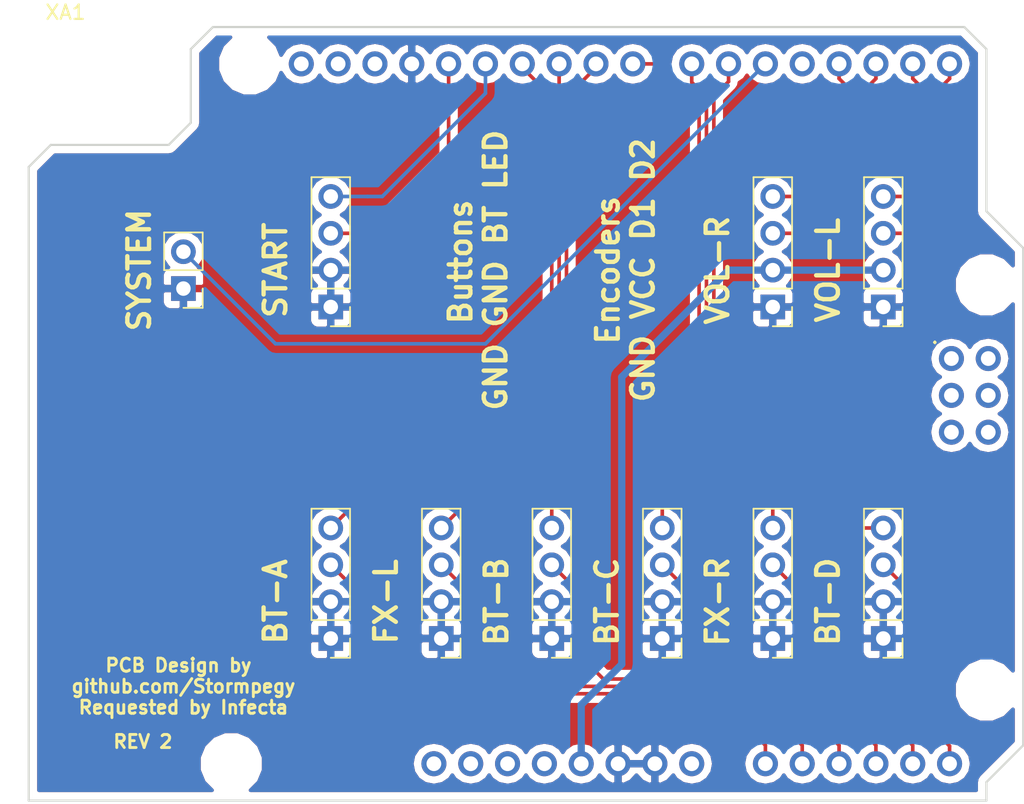
<source format=kicad_pcb>
(kicad_pcb (version 4) (host pcbnew 4.0.7)

  (general
    (links 40)
    (no_connects 0)
    (area 144.631999 47.285 215.467001 103.066)
    (thickness 1.6)
    (drawings 28)
    (tracks 122)
    (zones 0)
    (modules 11)
    (nets 36)
  )

  (page A4)
  (layers
    (0 F.Cu signal)
    (31 B.Cu signal)
    (32 B.Adhes user)
    (33 F.Adhes user)
    (34 B.Paste user)
    (35 F.Paste user)
    (36 B.SilkS user)
    (37 F.SilkS user)
    (38 B.Mask user)
    (39 F.Mask user)
    (40 Dwgs.User user)
    (41 Cmts.User user)
    (42 Eco1.User user)
    (43 Eco2.User user)
    (44 Edge.Cuts user)
    (45 Margin user)
    (46 B.CrtYd user)
    (47 F.CrtYd user)
    (48 B.Fab user)
    (49 F.Fab user)
  )

  (setup
    (last_trace_width 0.25)
    (user_trace_width 0.5)
    (trace_clearance 0.2)
    (zone_clearance 0.508)
    (zone_45_only no)
    (trace_min 0.2)
    (segment_width 0.2)
    (edge_width 0.15)
    (via_size 0.6)
    (via_drill 0.4)
    (via_min_size 0.4)
    (via_min_drill 0.3)
    (uvia_size 0.3)
    (uvia_drill 0.1)
    (uvias_allowed no)
    (uvia_min_size 0.2)
    (uvia_min_drill 0.1)
    (pcb_text_width 0.3)
    (pcb_text_size 1.5 1.5)
    (mod_edge_width 0.15)
    (mod_text_size 1 1)
    (mod_text_width 0.15)
    (pad_size 1.524 1.524)
    (pad_drill 0.762)
    (pad_to_mask_clearance 0.2)
    (aux_axis_origin 0 0)
    (visible_elements 7FFFF7FF)
    (pcbplotparams
      (layerselection 0x010fc_80000001)
      (usegerberextensions true)
      (excludeedgelayer true)
      (linewidth 0.100000)
      (plotframeref false)
      (viasonmask false)
      (mode 1)
      (useauxorigin false)
      (hpglpennumber 1)
      (hpglpenspeed 20)
      (hpglpendiameter 15)
      (hpglpenoverlay 2)
      (psnegative false)
      (psa4output false)
      (plotreference true)
      (plotvalue true)
      (plotinvisibletext false)
      (padsonsilk false)
      (subtractmaskfromsilk false)
      (outputformat 1)
      (mirror false)
      (drillshape 0)
      (scaleselection 1)
      (outputdirectory ../gerber/))
  )

  (net 0 "")
  (net 1 GND)
  (net 2 /VCC)
  (net 3 /E1D-)
  (net 4 /E1D+)
  (net 5 /E2D-)
  (net 6 /E2D+)
  (net 7 /B1LED)
  (net 8 /B1)
  (net 9 /B2LED)
  (net 10 /B2)
  (net 11 /B3LED)
  (net 12 /B3)
  (net 13 /B4LED)
  (net 14 /B4)
  (net 15 /B5LED)
  (net 16 /B5)
  (net 17 /B6LED)
  (net 18 /B6)
  (net 19 /B7LED)
  (net 20 /B7)
  (net 21 "Net-(J10-Pad2)")
  (net 22 "Net-(XA1-PadRST2)")
  (net 23 "Net-(XA1-PadGND4)")
  (net 24 "Net-(XA1-PadMOSI)")
  (net 25 "Net-(XA1-PadSCK)")
  (net 26 "Net-(XA1-Pad5V2)")
  (net 27 "Net-(XA1-PadVIN)")
  (net 28 "Net-(XA1-Pad3V3)")
  (net 29 "Net-(XA1-PadRST1)")
  (net 30 "Net-(XA1-PadIORF)")
  (net 31 "Net-(XA1-PadD4)")
  (net 32 "Net-(XA1-PadSCL)")
  (net 33 "Net-(XA1-PadSDA)")
  (net 34 "Net-(XA1-PadAREF)")
  (net 35 "Net-(XA1-PadMISO)")

  (net_class Default "This is the default net class."
    (clearance 0.2)
    (trace_width 0.25)
    (via_dia 0.6)
    (via_drill 0.4)
    (uvia_dia 0.3)
    (uvia_drill 0.1)
    (add_net /B1)
    (add_net /B1LED)
    (add_net /B2)
    (add_net /B2LED)
    (add_net /B3)
    (add_net /B3LED)
    (add_net /B4)
    (add_net /B4LED)
    (add_net /B5)
    (add_net /B5LED)
    (add_net /B6)
    (add_net /B6LED)
    (add_net /B7)
    (add_net /B7LED)
    (add_net /E1D+)
    (add_net /E1D-)
    (add_net /E2D+)
    (add_net /E2D-)
    (add_net /VCC)
    (add_net GND)
    (add_net "Net-(J10-Pad2)")
    (add_net "Net-(XA1-Pad3V3)")
    (add_net "Net-(XA1-Pad5V2)")
    (add_net "Net-(XA1-PadAREF)")
    (add_net "Net-(XA1-PadD4)")
    (add_net "Net-(XA1-PadGND4)")
    (add_net "Net-(XA1-PadIORF)")
    (add_net "Net-(XA1-PadMISO)")
    (add_net "Net-(XA1-PadMOSI)")
    (add_net "Net-(XA1-PadRST1)")
    (add_net "Net-(XA1-PadRST2)")
    (add_net "Net-(XA1-PadSCK)")
    (add_net "Net-(XA1-PadSCL)")
    (add_net "Net-(XA1-PadSDA)")
    (add_net "Net-(XA1-PadVIN)")
  )

  (module Pin_Headers:Pin_Header_Straight_1x02_Pitch2.54mm (layer F.Cu) (tedit 5B6D10E1) (tstamp 5B6C67C0)
    (at 157.48 67.31 180)
    (descr "Through hole straight pin header, 1x02, 2.54mm pitch, single row")
    (tags "Through hole pin header THT 1x02 2.54mm single row")
    (path /5B6C7048)
    (fp_text reference J10 (at 0 -2.33 180) (layer F.SilkS) hide
      (effects (font (size 1 1) (thickness 0.15)))
    )
    (fp_text value Conn_01x02 (at 0 4.87 180) (layer F.Fab)
      (effects (font (size 1 1) (thickness 0.15)))
    )
    (fp_line (start -0.635 -1.27) (end 1.27 -1.27) (layer F.Fab) (width 0.1))
    (fp_line (start 1.27 -1.27) (end 1.27 3.81) (layer F.Fab) (width 0.1))
    (fp_line (start 1.27 3.81) (end -1.27 3.81) (layer F.Fab) (width 0.1))
    (fp_line (start -1.27 3.81) (end -1.27 -0.635) (layer F.Fab) (width 0.1))
    (fp_line (start -1.27 -0.635) (end -0.635 -1.27) (layer F.Fab) (width 0.1))
    (fp_line (start -1.33 3.87) (end 1.33 3.87) (layer F.SilkS) (width 0.12))
    (fp_line (start -1.33 1.27) (end -1.33 3.87) (layer F.SilkS) (width 0.12))
    (fp_line (start 1.33 1.27) (end 1.33 3.87) (layer F.SilkS) (width 0.12))
    (fp_line (start -1.33 1.27) (end 1.33 1.27) (layer F.SilkS) (width 0.12))
    (fp_line (start -1.33 0) (end -1.33 -1.33) (layer F.SilkS) (width 0.12))
    (fp_line (start -1.33 -1.33) (end 0 -1.33) (layer F.SilkS) (width 0.12))
    (fp_line (start -1.8 -1.8) (end -1.8 4.35) (layer F.CrtYd) (width 0.05))
    (fp_line (start -1.8 4.35) (end 1.8 4.35) (layer F.CrtYd) (width 0.05))
    (fp_line (start 1.8 4.35) (end 1.8 -1.8) (layer F.CrtYd) (width 0.05))
    (fp_line (start 1.8 -1.8) (end -1.8 -1.8) (layer F.CrtYd) (width 0.05))
    (fp_text user %R (at -2.167091 1.381066 270) (layer F.Fab)
      (effects (font (size 1 1) (thickness 0.15)))
    )
    (pad 1 thru_hole rect (at 0 0 180) (size 1.7 1.7) (drill 1) (layers *.Cu *.Mask)
      (net 1 GND))
    (pad 2 thru_hole oval (at 0 2.54 180) (size 1.7 1.7) (drill 1) (layers *.Cu *.Mask)
      (net 21 "Net-(J10-Pad2)"))
    (model ${KISYS3DMOD}/Pin_Headers.3dshapes/Pin_Header_Straight_1x02_Pitch2.54mm.wrl
      (at (xyz 0 0 0))
      (scale (xyz 1 1 1))
      (rotate (xyz 0 0 0))
    )
  )

  (module Pin_Headers:Pin_Header_Straight_1x04_Pitch2.54mm (layer F.Cu) (tedit 5CCFCD3D) (tstamp 5CCFC71E)
    (at 205.74 91.44 180)
    (descr "Through hole straight pin header, 1x04, 2.54mm pitch, single row")
    (tags "Through hole pin header THT 1x04 2.54mm single row")
    (path /5CCFC5BB)
    (fp_text reference J9 (at 0 -2.33 180) (layer F.SilkS) hide
      (effects (font (size 1 1) (thickness 0.15)))
    )
    (fp_text value CONN_04 (at 0 9.95 180) (layer F.Fab)
      (effects (font (size 1 1) (thickness 0.15)))
    )
    (fp_line (start -0.635 -1.27) (end 1.27 -1.27) (layer F.Fab) (width 0.1))
    (fp_line (start 1.27 -1.27) (end 1.27 8.89) (layer F.Fab) (width 0.1))
    (fp_line (start 1.27 8.89) (end -1.27 8.89) (layer F.Fab) (width 0.1))
    (fp_line (start -1.27 8.89) (end -1.27 -0.635) (layer F.Fab) (width 0.1))
    (fp_line (start -1.27 -0.635) (end -0.635 -1.27) (layer F.Fab) (width 0.1))
    (fp_line (start -1.33 8.95) (end 1.33 8.95) (layer F.SilkS) (width 0.12))
    (fp_line (start -1.33 1.27) (end -1.33 8.95) (layer F.SilkS) (width 0.12))
    (fp_line (start 1.33 1.27) (end 1.33 8.95) (layer F.SilkS) (width 0.12))
    (fp_line (start -1.33 1.27) (end 1.33 1.27) (layer F.SilkS) (width 0.12))
    (fp_line (start -1.33 0) (end -1.33 -1.33) (layer F.SilkS) (width 0.12))
    (fp_line (start -1.33 -1.33) (end 0 -1.33) (layer F.SilkS) (width 0.12))
    (fp_line (start -1.8 -1.8) (end -1.8 9.4) (layer F.CrtYd) (width 0.05))
    (fp_line (start -1.8 9.4) (end 1.8 9.4) (layer F.CrtYd) (width 0.05))
    (fp_line (start 1.8 9.4) (end 1.8 -1.8) (layer F.CrtYd) (width 0.05))
    (fp_line (start 1.8 -1.8) (end -1.8 -1.8) (layer F.CrtYd) (width 0.05))
    (fp_text user %R (at 0 3.81 270) (layer F.Fab)
      (effects (font (size 1 1) (thickness 0.15)))
    )
    (pad 1 thru_hole rect (at 0 0 180) (size 1.7 1.7) (drill 1) (layers *.Cu *.Mask)
      (net 1 GND))
    (pad 2 thru_hole oval (at 0 2.54 180) (size 1.7 1.7) (drill 1) (layers *.Cu *.Mask)
      (net 1 GND))
    (pad 3 thru_hole oval (at 0 5.08 180) (size 1.7 1.7) (drill 1) (layers *.Cu *.Mask)
      (net 20 /B7))
    (pad 4 thru_hole oval (at 0 7.62 180) (size 1.7 1.7) (drill 1) (layers *.Cu *.Mask)
      (net 19 /B7LED))
    (model ${KISYS3DMOD}/Pin_Headers.3dshapes/Pin_Header_Straight_1x04_Pitch2.54mm.wrl
      (at (xyz 0 0 0))
      (scale (xyz 1 1 1))
      (rotate (xyz 0 0 0))
    )
  )

  (module Pin_Headers:Pin_Header_Straight_1x04_Pitch2.54mm (layer F.Cu) (tedit 5CCFCD30) (tstamp 5CCFC90A)
    (at 205.74 68.58 180)
    (descr "Through hole straight pin header, 1x04, 2.54mm pitch, single row")
    (tags "Through hole pin header THT 1x04 2.54mm single row")
    (path /5CCFCCB0)
    (fp_text reference J1 (at 0 -2.33 180) (layer F.SilkS) hide
      (effects (font (size 1 1) (thickness 0.15)))
    )
    (fp_text value CONN_04 (at 0 9.95 180) (layer F.Fab)
      (effects (font (size 1 1) (thickness 0.15)))
    )
    (fp_line (start -0.635 -1.27) (end 1.27 -1.27) (layer F.Fab) (width 0.1))
    (fp_line (start 1.27 -1.27) (end 1.27 8.89) (layer F.Fab) (width 0.1))
    (fp_line (start 1.27 8.89) (end -1.27 8.89) (layer F.Fab) (width 0.1))
    (fp_line (start -1.27 8.89) (end -1.27 -0.635) (layer F.Fab) (width 0.1))
    (fp_line (start -1.27 -0.635) (end -0.635 -1.27) (layer F.Fab) (width 0.1))
    (fp_line (start -1.33 8.95) (end 1.33 8.95) (layer F.SilkS) (width 0.12))
    (fp_line (start -1.33 1.27) (end -1.33 8.95) (layer F.SilkS) (width 0.12))
    (fp_line (start 1.33 1.27) (end 1.33 8.95) (layer F.SilkS) (width 0.12))
    (fp_line (start -1.33 1.27) (end 1.33 1.27) (layer F.SilkS) (width 0.12))
    (fp_line (start -1.33 0) (end -1.33 -1.33) (layer F.SilkS) (width 0.12))
    (fp_line (start -1.33 -1.33) (end 0 -1.33) (layer F.SilkS) (width 0.12))
    (fp_line (start -1.8 -1.8) (end -1.8 9.4) (layer F.CrtYd) (width 0.05))
    (fp_line (start -1.8 9.4) (end 1.8 9.4) (layer F.CrtYd) (width 0.05))
    (fp_line (start 1.8 9.4) (end 1.8 -1.8) (layer F.CrtYd) (width 0.05))
    (fp_line (start 1.8 -1.8) (end -1.8 -1.8) (layer F.CrtYd) (width 0.05))
    (fp_text user %R (at 0 3.81 270) (layer F.Fab)
      (effects (font (size 1 1) (thickness 0.15)))
    )
    (pad 1 thru_hole rect (at 0 0 180) (size 1.7 1.7) (drill 1) (layers *.Cu *.Mask)
      (net 1 GND))
    (pad 2 thru_hole oval (at 0 2.54 180) (size 1.7 1.7) (drill 1) (layers *.Cu *.Mask)
      (net 2 /VCC))
    (pad 3 thru_hole oval (at 0 5.08 180) (size 1.7 1.7) (drill 1) (layers *.Cu *.Mask)
      (net 3 /E1D-))
    (pad 4 thru_hole oval (at 0 7.62 180) (size 1.7 1.7) (drill 1) (layers *.Cu *.Mask)
      (net 4 /E1D+))
    (model ${KISYS3DMOD}/Pin_Headers.3dshapes/Pin_Header_Straight_1x04_Pitch2.54mm.wrl
      (at (xyz 0 0 0))
      (scale (xyz 1 1 1))
      (rotate (xyz 0 0 0))
    )
  )

  (module Pin_Headers:Pin_Header_Straight_1x04_Pitch2.54mm (layer F.Cu) (tedit 5CCFCD2D) (tstamp 5CCFC911)
    (at 198.12 68.58 180)
    (descr "Through hole straight pin header, 1x04, 2.54mm pitch, single row")
    (tags "Through hole pin header THT 1x04 2.54mm single row")
    (path /5CCFCD05)
    (fp_text reference J2 (at 0 -2.33 180) (layer F.SilkS) hide
      (effects (font (size 1 1) (thickness 0.15)))
    )
    (fp_text value CONN_04 (at 0 9.95 180) (layer F.Fab)
      (effects (font (size 1 1) (thickness 0.15)))
    )
    (fp_line (start -0.635 -1.27) (end 1.27 -1.27) (layer F.Fab) (width 0.1))
    (fp_line (start 1.27 -1.27) (end 1.27 8.89) (layer F.Fab) (width 0.1))
    (fp_line (start 1.27 8.89) (end -1.27 8.89) (layer F.Fab) (width 0.1))
    (fp_line (start -1.27 8.89) (end -1.27 -0.635) (layer F.Fab) (width 0.1))
    (fp_line (start -1.27 -0.635) (end -0.635 -1.27) (layer F.Fab) (width 0.1))
    (fp_line (start -1.33 8.95) (end 1.33 8.95) (layer F.SilkS) (width 0.12))
    (fp_line (start -1.33 1.27) (end -1.33 8.95) (layer F.SilkS) (width 0.12))
    (fp_line (start 1.33 1.27) (end 1.33 8.95) (layer F.SilkS) (width 0.12))
    (fp_line (start -1.33 1.27) (end 1.33 1.27) (layer F.SilkS) (width 0.12))
    (fp_line (start -1.33 0) (end -1.33 -1.33) (layer F.SilkS) (width 0.12))
    (fp_line (start -1.33 -1.33) (end 0 -1.33) (layer F.SilkS) (width 0.12))
    (fp_line (start -1.8 -1.8) (end -1.8 9.4) (layer F.CrtYd) (width 0.05))
    (fp_line (start -1.8 9.4) (end 1.8 9.4) (layer F.CrtYd) (width 0.05))
    (fp_line (start 1.8 9.4) (end 1.8 -1.8) (layer F.CrtYd) (width 0.05))
    (fp_line (start 1.8 -1.8) (end -1.8 -1.8) (layer F.CrtYd) (width 0.05))
    (fp_text user %R (at 0 3.81 270) (layer F.Fab)
      (effects (font (size 1 1) (thickness 0.15)))
    )
    (pad 1 thru_hole rect (at 0 0 180) (size 1.7 1.7) (drill 1) (layers *.Cu *.Mask)
      (net 1 GND))
    (pad 2 thru_hole oval (at 0 2.54 180) (size 1.7 1.7) (drill 1) (layers *.Cu *.Mask)
      (net 2 /VCC))
    (pad 3 thru_hole oval (at 0 5.08 180) (size 1.7 1.7) (drill 1) (layers *.Cu *.Mask)
      (net 5 /E2D-))
    (pad 4 thru_hole oval (at 0 7.62 180) (size 1.7 1.7) (drill 1) (layers *.Cu *.Mask)
      (net 6 /E2D+))
    (model ${KISYS3DMOD}/Pin_Headers.3dshapes/Pin_Header_Straight_1x04_Pitch2.54mm.wrl
      (at (xyz 0 0 0))
      (scale (xyz 1 1 1))
      (rotate (xyz 0 0 0))
    )
  )

  (module Pin_Headers:Pin_Header_Straight_1x04_Pitch2.54mm (layer F.Cu) (tedit 5CCFCD2B) (tstamp 5CCFC918)
    (at 167.64 68.58 180)
    (descr "Through hole straight pin header, 1x04, 2.54mm pitch, single row")
    (tags "Through hole pin header THT 1x04 2.54mm single row")
    (path /5CCFCC52)
    (fp_text reference J3 (at 0 -2.33 180) (layer F.SilkS) hide
      (effects (font (size 1 1) (thickness 0.15)))
    )
    (fp_text value CONN_04 (at 0 9.95 180) (layer F.Fab)
      (effects (font (size 1 1) (thickness 0.15)))
    )
    (fp_line (start -0.635 -1.27) (end 1.27 -1.27) (layer F.Fab) (width 0.1))
    (fp_line (start 1.27 -1.27) (end 1.27 8.89) (layer F.Fab) (width 0.1))
    (fp_line (start 1.27 8.89) (end -1.27 8.89) (layer F.Fab) (width 0.1))
    (fp_line (start -1.27 8.89) (end -1.27 -0.635) (layer F.Fab) (width 0.1))
    (fp_line (start -1.27 -0.635) (end -0.635 -1.27) (layer F.Fab) (width 0.1))
    (fp_line (start -1.33 8.95) (end 1.33 8.95) (layer F.SilkS) (width 0.12))
    (fp_line (start -1.33 1.27) (end -1.33 8.95) (layer F.SilkS) (width 0.12))
    (fp_line (start 1.33 1.27) (end 1.33 8.95) (layer F.SilkS) (width 0.12))
    (fp_line (start -1.33 1.27) (end 1.33 1.27) (layer F.SilkS) (width 0.12))
    (fp_line (start -1.33 0) (end -1.33 -1.33) (layer F.SilkS) (width 0.12))
    (fp_line (start -1.33 -1.33) (end 0 -1.33) (layer F.SilkS) (width 0.12))
    (fp_line (start -1.8 -1.8) (end -1.8 9.4) (layer F.CrtYd) (width 0.05))
    (fp_line (start -1.8 9.4) (end 1.8 9.4) (layer F.CrtYd) (width 0.05))
    (fp_line (start 1.8 9.4) (end 1.8 -1.8) (layer F.CrtYd) (width 0.05))
    (fp_line (start 1.8 -1.8) (end -1.8 -1.8) (layer F.CrtYd) (width 0.05))
    (fp_text user %R (at 0 3.81 270) (layer F.Fab)
      (effects (font (size 1 1) (thickness 0.15)))
    )
    (pad 1 thru_hole rect (at 0 0 180) (size 1.7 1.7) (drill 1) (layers *.Cu *.Mask)
      (net 1 GND))
    (pad 2 thru_hole oval (at 0 2.54 180) (size 1.7 1.7) (drill 1) (layers *.Cu *.Mask)
      (net 1 GND))
    (pad 3 thru_hole oval (at 0 5.08 180) (size 1.7 1.7) (drill 1) (layers *.Cu *.Mask)
      (net 8 /B1))
    (pad 4 thru_hole oval (at 0 7.62 180) (size 1.7 1.7) (drill 1) (layers *.Cu *.Mask)
      (net 7 /B1LED))
    (model ${KISYS3DMOD}/Pin_Headers.3dshapes/Pin_Header_Straight_1x04_Pitch2.54mm.wrl
      (at (xyz 0 0 0))
      (scale (xyz 1 1 1))
      (rotate (xyz 0 0 0))
    )
  )

  (module Pin_Headers:Pin_Header_Straight_1x04_Pitch2.54mm (layer F.Cu) (tedit 5CCFCD33) (tstamp 5CCFC91F)
    (at 167.64 91.44 180)
    (descr "Through hole straight pin header, 1x04, 2.54mm pitch, single row")
    (tags "Through hole pin header THT 1x04 2.54mm single row")
    (path /5CCFCD57)
    (fp_text reference J4 (at 0 -2.33 180) (layer F.SilkS) hide
      (effects (font (size 1 1) (thickness 0.15)))
    )
    (fp_text value CONN_04 (at 0 9.95 180) (layer F.Fab)
      (effects (font (size 1 1) (thickness 0.15)))
    )
    (fp_line (start -0.635 -1.27) (end 1.27 -1.27) (layer F.Fab) (width 0.1))
    (fp_line (start 1.27 -1.27) (end 1.27 8.89) (layer F.Fab) (width 0.1))
    (fp_line (start 1.27 8.89) (end -1.27 8.89) (layer F.Fab) (width 0.1))
    (fp_line (start -1.27 8.89) (end -1.27 -0.635) (layer F.Fab) (width 0.1))
    (fp_line (start -1.27 -0.635) (end -0.635 -1.27) (layer F.Fab) (width 0.1))
    (fp_line (start -1.33 8.95) (end 1.33 8.95) (layer F.SilkS) (width 0.12))
    (fp_line (start -1.33 1.27) (end -1.33 8.95) (layer F.SilkS) (width 0.12))
    (fp_line (start 1.33 1.27) (end 1.33 8.95) (layer F.SilkS) (width 0.12))
    (fp_line (start -1.33 1.27) (end 1.33 1.27) (layer F.SilkS) (width 0.12))
    (fp_line (start -1.33 0) (end -1.33 -1.33) (layer F.SilkS) (width 0.12))
    (fp_line (start -1.33 -1.33) (end 0 -1.33) (layer F.SilkS) (width 0.12))
    (fp_line (start -1.8 -1.8) (end -1.8 9.4) (layer F.CrtYd) (width 0.05))
    (fp_line (start -1.8 9.4) (end 1.8 9.4) (layer F.CrtYd) (width 0.05))
    (fp_line (start 1.8 9.4) (end 1.8 -1.8) (layer F.CrtYd) (width 0.05))
    (fp_line (start 1.8 -1.8) (end -1.8 -1.8) (layer F.CrtYd) (width 0.05))
    (fp_text user %R (at 0 3.81 270) (layer F.Fab)
      (effects (font (size 1 1) (thickness 0.15)))
    )
    (pad 1 thru_hole rect (at 0 0 180) (size 1.7 1.7) (drill 1) (layers *.Cu *.Mask)
      (net 1 GND))
    (pad 2 thru_hole oval (at 0 2.54 180) (size 1.7 1.7) (drill 1) (layers *.Cu *.Mask)
      (net 1 GND))
    (pad 3 thru_hole oval (at 0 5.08 180) (size 1.7 1.7) (drill 1) (layers *.Cu *.Mask)
      (net 10 /B2))
    (pad 4 thru_hole oval (at 0 7.62 180) (size 1.7 1.7) (drill 1) (layers *.Cu *.Mask)
      (net 9 /B2LED))
    (model ${KISYS3DMOD}/Pin_Headers.3dshapes/Pin_Header_Straight_1x04_Pitch2.54mm.wrl
      (at (xyz 0 0 0))
      (scale (xyz 1 1 1))
      (rotate (xyz 0 0 0))
    )
  )

  (module Pin_Headers:Pin_Header_Straight_1x04_Pitch2.54mm (layer F.Cu) (tedit 5CCFCD36) (tstamp 5CCFC926)
    (at 175.26 91.44 180)
    (descr "Through hole straight pin header, 1x04, 2.54mm pitch, single row")
    (tags "Through hole pin header THT 1x04 2.54mm single row")
    (path /5CCFCC05)
    (fp_text reference J5 (at 0 -2.33 180) (layer F.SilkS) hide
      (effects (font (size 1 1) (thickness 0.15)))
    )
    (fp_text value CONN_04 (at 0 9.95 180) (layer F.Fab)
      (effects (font (size 1 1) (thickness 0.15)))
    )
    (fp_line (start -0.635 -1.27) (end 1.27 -1.27) (layer F.Fab) (width 0.1))
    (fp_line (start 1.27 -1.27) (end 1.27 8.89) (layer F.Fab) (width 0.1))
    (fp_line (start 1.27 8.89) (end -1.27 8.89) (layer F.Fab) (width 0.1))
    (fp_line (start -1.27 8.89) (end -1.27 -0.635) (layer F.Fab) (width 0.1))
    (fp_line (start -1.27 -0.635) (end -0.635 -1.27) (layer F.Fab) (width 0.1))
    (fp_line (start -1.33 8.95) (end 1.33 8.95) (layer F.SilkS) (width 0.12))
    (fp_line (start -1.33 1.27) (end -1.33 8.95) (layer F.SilkS) (width 0.12))
    (fp_line (start 1.33 1.27) (end 1.33 8.95) (layer F.SilkS) (width 0.12))
    (fp_line (start -1.33 1.27) (end 1.33 1.27) (layer F.SilkS) (width 0.12))
    (fp_line (start -1.33 0) (end -1.33 -1.33) (layer F.SilkS) (width 0.12))
    (fp_line (start -1.33 -1.33) (end 0 -1.33) (layer F.SilkS) (width 0.12))
    (fp_line (start -1.8 -1.8) (end -1.8 9.4) (layer F.CrtYd) (width 0.05))
    (fp_line (start -1.8 9.4) (end 1.8 9.4) (layer F.CrtYd) (width 0.05))
    (fp_line (start 1.8 9.4) (end 1.8 -1.8) (layer F.CrtYd) (width 0.05))
    (fp_line (start 1.8 -1.8) (end -1.8 -1.8) (layer F.CrtYd) (width 0.05))
    (fp_text user %R (at 0 3.81 270) (layer F.Fab)
      (effects (font (size 1 1) (thickness 0.15)))
    )
    (pad 1 thru_hole rect (at 0 0 180) (size 1.7 1.7) (drill 1) (layers *.Cu *.Mask)
      (net 1 GND))
    (pad 2 thru_hole oval (at 0 2.54 180) (size 1.7 1.7) (drill 1) (layers *.Cu *.Mask)
      (net 1 GND))
    (pad 3 thru_hole oval (at 0 5.08 180) (size 1.7 1.7) (drill 1) (layers *.Cu *.Mask)
      (net 12 /B3))
    (pad 4 thru_hole oval (at 0 7.62 180) (size 1.7 1.7) (drill 1) (layers *.Cu *.Mask)
      (net 11 /B3LED))
    (model ${KISYS3DMOD}/Pin_Headers.3dshapes/Pin_Header_Straight_1x04_Pitch2.54mm.wrl
      (at (xyz 0 0 0))
      (scale (xyz 1 1 1))
      (rotate (xyz 0 0 0))
    )
  )

  (module Pin_Headers:Pin_Header_Straight_1x04_Pitch2.54mm (layer F.Cu) (tedit 5CCFCD37) (tstamp 5CCFC92D)
    (at 182.88 91.44 180)
    (descr "Through hole straight pin header, 1x04, 2.54mm pitch, single row")
    (tags "Through hole pin header THT 1x04 2.54mm single row")
    (path /5CCFCDB2)
    (fp_text reference J6 (at 0 -2.33 180) (layer F.SilkS) hide
      (effects (font (size 1 1) (thickness 0.15)))
    )
    (fp_text value CONN_04 (at 0 9.95 180) (layer F.Fab)
      (effects (font (size 1 1) (thickness 0.15)))
    )
    (fp_line (start -0.635 -1.27) (end 1.27 -1.27) (layer F.Fab) (width 0.1))
    (fp_line (start 1.27 -1.27) (end 1.27 8.89) (layer F.Fab) (width 0.1))
    (fp_line (start 1.27 8.89) (end -1.27 8.89) (layer F.Fab) (width 0.1))
    (fp_line (start -1.27 8.89) (end -1.27 -0.635) (layer F.Fab) (width 0.1))
    (fp_line (start -1.27 -0.635) (end -0.635 -1.27) (layer F.Fab) (width 0.1))
    (fp_line (start -1.33 8.95) (end 1.33 8.95) (layer F.SilkS) (width 0.12))
    (fp_line (start -1.33 1.27) (end -1.33 8.95) (layer F.SilkS) (width 0.12))
    (fp_line (start 1.33 1.27) (end 1.33 8.95) (layer F.SilkS) (width 0.12))
    (fp_line (start -1.33 1.27) (end 1.33 1.27) (layer F.SilkS) (width 0.12))
    (fp_line (start -1.33 0) (end -1.33 -1.33) (layer F.SilkS) (width 0.12))
    (fp_line (start -1.33 -1.33) (end 0 -1.33) (layer F.SilkS) (width 0.12))
    (fp_line (start -1.8 -1.8) (end -1.8 9.4) (layer F.CrtYd) (width 0.05))
    (fp_line (start -1.8 9.4) (end 1.8 9.4) (layer F.CrtYd) (width 0.05))
    (fp_line (start 1.8 9.4) (end 1.8 -1.8) (layer F.CrtYd) (width 0.05))
    (fp_line (start 1.8 -1.8) (end -1.8 -1.8) (layer F.CrtYd) (width 0.05))
    (fp_text user %R (at 0 3.81 270) (layer F.Fab)
      (effects (font (size 1 1) (thickness 0.15)))
    )
    (pad 1 thru_hole rect (at 0 0 180) (size 1.7 1.7) (drill 1) (layers *.Cu *.Mask)
      (net 1 GND))
    (pad 2 thru_hole oval (at 0 2.54 180) (size 1.7 1.7) (drill 1) (layers *.Cu *.Mask)
      (net 1 GND))
    (pad 3 thru_hole oval (at 0 5.08 180) (size 1.7 1.7) (drill 1) (layers *.Cu *.Mask)
      (net 14 /B4))
    (pad 4 thru_hole oval (at 0 7.62 180) (size 1.7 1.7) (drill 1) (layers *.Cu *.Mask)
      (net 13 /B4LED))
    (model ${KISYS3DMOD}/Pin_Headers.3dshapes/Pin_Header_Straight_1x04_Pitch2.54mm.wrl
      (at (xyz 0 0 0))
      (scale (xyz 1 1 1))
      (rotate (xyz 0 0 0))
    )
  )

  (module Pin_Headers:Pin_Header_Straight_1x04_Pitch2.54mm (layer F.Cu) (tedit 5CCFCD39) (tstamp 5CCFC934)
    (at 190.5 91.44 180)
    (descr "Through hole straight pin header, 1x04, 2.54mm pitch, single row")
    (tags "Through hole pin header THT 1x04 2.54mm single row")
    (path /5CCFCBBB)
    (fp_text reference J7 (at 0 -2.33 180) (layer F.SilkS) hide
      (effects (font (size 1 1) (thickness 0.15)))
    )
    (fp_text value CONN_04 (at 0 9.95 180) (layer F.Fab)
      (effects (font (size 1 1) (thickness 0.15)))
    )
    (fp_line (start -0.635 -1.27) (end 1.27 -1.27) (layer F.Fab) (width 0.1))
    (fp_line (start 1.27 -1.27) (end 1.27 8.89) (layer F.Fab) (width 0.1))
    (fp_line (start 1.27 8.89) (end -1.27 8.89) (layer F.Fab) (width 0.1))
    (fp_line (start -1.27 8.89) (end -1.27 -0.635) (layer F.Fab) (width 0.1))
    (fp_line (start -1.27 -0.635) (end -0.635 -1.27) (layer F.Fab) (width 0.1))
    (fp_line (start -1.33 8.95) (end 1.33 8.95) (layer F.SilkS) (width 0.12))
    (fp_line (start -1.33 1.27) (end -1.33 8.95) (layer F.SilkS) (width 0.12))
    (fp_line (start 1.33 1.27) (end 1.33 8.95) (layer F.SilkS) (width 0.12))
    (fp_line (start -1.33 1.27) (end 1.33 1.27) (layer F.SilkS) (width 0.12))
    (fp_line (start -1.33 0) (end -1.33 -1.33) (layer F.SilkS) (width 0.12))
    (fp_line (start -1.33 -1.33) (end 0 -1.33) (layer F.SilkS) (width 0.12))
    (fp_line (start -1.8 -1.8) (end -1.8 9.4) (layer F.CrtYd) (width 0.05))
    (fp_line (start -1.8 9.4) (end 1.8 9.4) (layer F.CrtYd) (width 0.05))
    (fp_line (start 1.8 9.4) (end 1.8 -1.8) (layer F.CrtYd) (width 0.05))
    (fp_line (start 1.8 -1.8) (end -1.8 -1.8) (layer F.CrtYd) (width 0.05))
    (fp_text user %R (at 0 3.81 270) (layer F.Fab)
      (effects (font (size 1 1) (thickness 0.15)))
    )
    (pad 1 thru_hole rect (at 0 0 180) (size 1.7 1.7) (drill 1) (layers *.Cu *.Mask)
      (net 1 GND))
    (pad 2 thru_hole oval (at 0 2.54 180) (size 1.7 1.7) (drill 1) (layers *.Cu *.Mask)
      (net 1 GND))
    (pad 3 thru_hole oval (at 0 5.08 180) (size 1.7 1.7) (drill 1) (layers *.Cu *.Mask)
      (net 16 /B5))
    (pad 4 thru_hole oval (at 0 7.62 180) (size 1.7 1.7) (drill 1) (layers *.Cu *.Mask)
      (net 15 /B5LED))
    (model ${KISYS3DMOD}/Pin_Headers.3dshapes/Pin_Header_Straight_1x04_Pitch2.54mm.wrl
      (at (xyz 0 0 0))
      (scale (xyz 1 1 1))
      (rotate (xyz 0 0 0))
    )
  )

  (module Pin_Headers:Pin_Header_Straight_1x04_Pitch2.54mm (layer F.Cu) (tedit 5CCFCD3B) (tstamp 5CCFC93B)
    (at 198.12 91.44 180)
    (descr "Through hole straight pin header, 1x04, 2.54mm pitch, single row")
    (tags "Through hole pin header THT 1x04 2.54mm single row")
    (path /5CCFCE3E)
    (fp_text reference J8 (at 0 -2.33 180) (layer F.SilkS) hide
      (effects (font (size 1 1) (thickness 0.15)))
    )
    (fp_text value CONN_04 (at 0 9.95 180) (layer F.Fab)
      (effects (font (size 1 1) (thickness 0.15)))
    )
    (fp_line (start -0.635 -1.27) (end 1.27 -1.27) (layer F.Fab) (width 0.1))
    (fp_line (start 1.27 -1.27) (end 1.27 8.89) (layer F.Fab) (width 0.1))
    (fp_line (start 1.27 8.89) (end -1.27 8.89) (layer F.Fab) (width 0.1))
    (fp_line (start -1.27 8.89) (end -1.27 -0.635) (layer F.Fab) (width 0.1))
    (fp_line (start -1.27 -0.635) (end -0.635 -1.27) (layer F.Fab) (width 0.1))
    (fp_line (start -1.33 8.95) (end 1.33 8.95) (layer F.SilkS) (width 0.12))
    (fp_line (start -1.33 1.27) (end -1.33 8.95) (layer F.SilkS) (width 0.12))
    (fp_line (start 1.33 1.27) (end 1.33 8.95) (layer F.SilkS) (width 0.12))
    (fp_line (start -1.33 1.27) (end 1.33 1.27) (layer F.SilkS) (width 0.12))
    (fp_line (start -1.33 0) (end -1.33 -1.33) (layer F.SilkS) (width 0.12))
    (fp_line (start -1.33 -1.33) (end 0 -1.33) (layer F.SilkS) (width 0.12))
    (fp_line (start -1.8 -1.8) (end -1.8 9.4) (layer F.CrtYd) (width 0.05))
    (fp_line (start -1.8 9.4) (end 1.8 9.4) (layer F.CrtYd) (width 0.05))
    (fp_line (start 1.8 9.4) (end 1.8 -1.8) (layer F.CrtYd) (width 0.05))
    (fp_line (start 1.8 -1.8) (end -1.8 -1.8) (layer F.CrtYd) (width 0.05))
    (fp_text user %R (at 0 3.81 270) (layer F.Fab)
      (effects (font (size 1 1) (thickness 0.15)))
    )
    (pad 1 thru_hole rect (at 0 0 180) (size 1.7 1.7) (drill 1) (layers *.Cu *.Mask)
      (net 1 GND))
    (pad 2 thru_hole oval (at 0 2.54 180) (size 1.7 1.7) (drill 1) (layers *.Cu *.Mask)
      (net 1 GND))
    (pad 3 thru_hole oval (at 0 5.08 180) (size 1.7 1.7) (drill 1) (layers *.Cu *.Mask)
      (net 18 /B6))
    (pad 4 thru_hole oval (at 0 7.62 180) (size 1.7 1.7) (drill 1) (layers *.Cu *.Mask)
      (net 17 /B6LED))
    (model ${KISYS3DMOD}/Pin_Headers.3dshapes/Pin_Header_Straight_1x04_Pitch2.54mm.wrl
      (at (xyz 0 0 0))
      (scale (xyz 1 1 1))
      (rotate (xyz 0 0 0))
    )
  )

  (module Arduino:Arduino_Leonardo_Shield_noborder (layer F.Cu) (tedit 5CCFC480) (tstamp 5CCFD340)
    (at 146.812 102.616)
    (descr https://store.arduino.cc/arduino-leonardo-with-headers)
    (path /5B6C6A28)
    (fp_text reference XA1 (at 2.54 -54.356) (layer F.SilkS)
      (effects (font (size 1 1) (thickness 0.15)))
    )
    (fp_text value Arduino_Leonardo_Shield (at 15.494 -54.356) (layer F.Fab)
      (effects (font (size 1 1) (thickness 0.15)))
    )
    (fp_text user . (at 62.484 -32.004) (layer F.SilkS)
      (effects (font (size 1 1) (thickness 0.15)))
    )
    (fp_line (start 11.43 -12.065) (end 11.43 -3.175) (layer B.CrtYd) (width 0.15))
    (fp_line (start -1.905 -3.175) (end 11.43 -3.175) (layer B.CrtYd) (width 0.15))
    (fp_line (start -1.905 -12.065) (end -1.905 -3.175) (layer B.CrtYd) (width 0.15))
    (fp_line (start -1.905 -12.065) (end 11.43 -12.065) (layer B.CrtYd) (width 0.15))
    (pad RST2 thru_hole oval (at 63.627 -25.4) (size 1.7272 1.7272) (drill 1.016) (layers *.Cu *.Mask)
      (net 22 "Net-(XA1-PadRST2)"))
    (pad GND4 thru_hole oval (at 66.167 -25.4) (size 1.7272 1.7272) (drill 1.016) (layers *.Cu *.Mask)
      (net 23 "Net-(XA1-PadGND4)"))
    (pad MOSI thru_hole oval (at 66.167 -27.94) (size 1.7272 1.7272) (drill 1.016) (layers *.Cu *.Mask)
      (net 24 "Net-(XA1-PadMOSI)"))
    (pad SCK thru_hole oval (at 63.627 -27.94) (size 1.7272 1.7272) (drill 1.016) (layers *.Cu *.Mask)
      (net 25 "Net-(XA1-PadSCK)"))
    (pad 5V2 thru_hole oval (at 66.167 -30.48) (size 1.7272 1.7272) (drill 1.016) (layers *.Cu *.Mask)
      (net 26 "Net-(XA1-Pad5V2)"))
    (pad A0 thru_hole oval (at 50.8 -2.54) (size 1.7272 1.7272) (drill 1.016) (layers *.Cu *.Mask)
      (net 10 /B2))
    (pad VIN thru_hole oval (at 45.72 -2.54) (size 1.7272 1.7272) (drill 1.016) (layers *.Cu *.Mask)
      (net 27 "Net-(XA1-PadVIN)"))
    (pad GND3 thru_hole oval (at 43.18 -2.54) (size 1.7272 1.7272) (drill 1.016) (layers *.Cu *.Mask)
      (net 1 GND))
    (pad GND2 thru_hole oval (at 40.64 -2.54) (size 1.7272 1.7272) (drill 1.016) (layers *.Cu *.Mask)
      (net 1 GND))
    (pad 5V1 thru_hole oval (at 38.1 -2.54) (size 1.7272 1.7272) (drill 1.016) (layers *.Cu *.Mask)
      (net 2 /VCC))
    (pad 3V3 thru_hole oval (at 35.56 -2.54) (size 1.7272 1.7272) (drill 1.016) (layers *.Cu *.Mask)
      (net 28 "Net-(XA1-Pad3V3)"))
    (pad RST1 thru_hole oval (at 33.02 -2.54) (size 1.7272 1.7272) (drill 1.016) (layers *.Cu *.Mask)
      (net 29 "Net-(XA1-PadRST1)"))
    (pad IORF thru_hole oval (at 30.48 -2.54) (size 1.7272 1.7272) (drill 1.016) (layers *.Cu *.Mask)
      (net 30 "Net-(XA1-PadIORF)"))
    (pad D0 thru_hole oval (at 63.5 -50.8) (size 1.7272 1.7272) (drill 1.016) (layers *.Cu *.Mask)
      (net 3 /E1D-))
    (pad D1 thru_hole oval (at 60.96 -50.8) (size 1.7272 1.7272) (drill 1.016) (layers *.Cu *.Mask)
      (net 4 /E1D+))
    (pad D2 thru_hole oval (at 58.42 -50.8) (size 1.7272 1.7272) (drill 1.016) (layers *.Cu *.Mask)
      (net 5 /E2D-))
    (pad D3 thru_hole oval (at 55.88 -50.8) (size 1.7272 1.7272) (drill 1.016) (layers *.Cu *.Mask)
      (net 6 /E2D+))
    (pad D4 thru_hole oval (at 53.34 -50.8) (size 1.7272 1.7272) (drill 1.016) (layers *.Cu *.Mask)
      (net 31 "Net-(XA1-PadD4)"))
    (pad D5 thru_hole oval (at 50.8 -50.8) (size 1.7272 1.7272) (drill 1.016) (layers *.Cu *.Mask)
      (net 21 "Net-(J10-Pad2)"))
    (pad D6 thru_hole oval (at 48.26 -50.8) (size 1.7272 1.7272) (drill 1.016) (layers *.Cu *.Mask)
      (net 19 /B7LED))
    (pad D7 thru_hole oval (at 45.72 -50.8) (size 1.7272 1.7272) (drill 1.016) (layers *.Cu *.Mask)
      (net 17 /B6LED))
    (pad GND1 thru_hole oval (at 26.416 -50.8) (size 1.7272 1.7272) (drill 1.016) (layers *.Cu *.Mask)
      (net 1 GND))
    (pad D8 thru_hole oval (at 41.656 -50.8) (size 1.7272 1.7272) (drill 1.016) (layers *.Cu *.Mask)
      (net 15 /B5LED))
    (pad D9 thru_hole oval (at 39.116 -50.8) (size 1.7272 1.7272) (drill 1.016) (layers *.Cu *.Mask)
      (net 13 /B4LED))
    (pad D10 thru_hole oval (at 36.576 -50.8) (size 1.7272 1.7272) (drill 1.016) (layers *.Cu *.Mask)
      (net 11 /B3LED))
    (pad "" np_thru_hole circle (at 66.04 -7.62) (size 3.2 3.2) (drill 3.2) (layers *.Cu *.Mask))
    (pad "" np_thru_hole circle (at 66.04 -35.56) (size 3.2 3.2) (drill 3.2) (layers *.Cu *.Mask))
    (pad "" np_thru_hole circle (at 15.24 -50.8) (size 3.2 3.2) (drill 3.2) (layers *.Cu *.Mask))
    (pad "" np_thru_hole circle (at 13.97 -2.54) (size 3.2 3.2) (drill 3.2) (layers *.Cu *.Mask))
    (pad SCL thru_hole oval (at 18.796 -50.8) (size 1.7272 1.7272) (drill 1.016) (layers *.Cu *.Mask)
      (net 32 "Net-(XA1-PadSCL)"))
    (pad SDA thru_hole oval (at 21.336 -50.8) (size 1.7272 1.7272) (drill 1.016) (layers *.Cu *.Mask)
      (net 33 "Net-(XA1-PadSDA)"))
    (pad AREF thru_hole oval (at 23.876 -50.8) (size 1.7272 1.7272) (drill 1.016) (layers *.Cu *.Mask)
      (net 34 "Net-(XA1-PadAREF)"))
    (pad D13 thru_hole oval (at 28.956 -50.8) (size 1.7272 1.7272) (drill 1.016) (layers *.Cu *.Mask)
      (net 8 /B1))
    (pad D12 thru_hole oval (at 31.496 -50.8) (size 1.7272 1.7272) (drill 1.016) (layers *.Cu *.Mask)
      (net 7 /B1LED))
    (pad D11 thru_hole oval (at 34.036 -50.8) (size 1.7272 1.7272) (drill 1.016) (layers *.Cu *.Mask)
      (net 9 /B2LED))
    (pad "" thru_hole oval (at 27.94 -2.54) (size 1.7272 1.7272) (drill 1.016) (layers *.Cu *.Mask))
    (pad A1 thru_hole oval (at 53.34 -2.54) (size 1.7272 1.7272) (drill 1.016) (layers *.Cu *.Mask)
      (net 12 /B3))
    (pad A2 thru_hole oval (at 55.88 -2.54) (size 1.7272 1.7272) (drill 1.016) (layers *.Cu *.Mask)
      (net 14 /B4))
    (pad A3 thru_hole oval (at 58.42 -2.54) (size 1.7272 1.7272) (drill 1.016) (layers *.Cu *.Mask)
      (net 16 /B5))
    (pad A4 thru_hole oval (at 60.96 -2.54) (size 1.7272 1.7272) (drill 1.016) (layers *.Cu *.Mask)
      (net 18 /B6))
    (pad A5 thru_hole oval (at 63.5 -2.54) (size 1.7272 1.7272) (drill 1.016) (layers *.Cu *.Mask)
      (net 20 /B7))
    (pad MISO thru_hole oval (at 63.627 -30.48) (size 1.7272 1.7272) (drill 1.016) (layers *.Cu *.Mask)
      (net 35 "Net-(XA1-PadMISO)"))
  )

  (gr_text "REV 2" (at 154.686 98.552) (layer F.SilkS)
    (effects (font (size 0.9 0.9) (thickness 0.2)))
  )
  (gr_text "PCB Design by \ngithub.com/Stormpegy\nRequested by Infecta\n" (at 157.48 94.742) (layer F.SilkS)
    (effects (font (size 0.9 0.9) (thickness 0.2)))
  )
  (gr_text "Encoders\nGND VCC D1 D2" (at 187.96 66.04 90) (layer F.SilkS)
    (effects (font (size 1.5 1.5) (thickness 0.3)))
  )
  (gr_text " Buttons\nGND GND BT LED" (at 177.8 66.04 90) (layer F.SilkS)
    (effects (font (size 1.5 1.5) (thickness 0.3)))
  )
  (gr_text SYSTEM (at 154.432 66.04 90) (layer F.SilkS)
    (effects (font (size 1.5 1.5) (thickness 0.3)))
  )
  (gr_text BT-D (at 201.93 88.9 90) (layer F.SilkS)
    (effects (font (size 1.5 1.5) (thickness 0.3)))
  )
  (gr_text FX-R (at 194.31 88.9 90) (layer F.SilkS)
    (effects (font (size 1.5 1.5) (thickness 0.3)))
  )
  (gr_text BT-C (at 186.69 88.9 90) (layer F.SilkS)
    (effects (font (size 1.5 1.5) (thickness 0.3)))
  )
  (gr_text BT-B (at 179.07 88.9 90) (layer F.SilkS)
    (effects (font (size 1.5 1.5) (thickness 0.3)))
  )
  (gr_text FX-L (at 171.45 88.9 90) (layer F.SilkS)
    (effects (font (size 1.5 1.5) (thickness 0.3)))
  )
  (gr_text BT-A (at 163.83 88.9 90) (layer F.SilkS)
    (effects (font (size 1.5 1.5) (thickness 0.3)))
  )
  (gr_text START (at 163.83 66.04 90) (layer F.SilkS)
    (effects (font (size 1.5 1.5) (thickness 0.3)))
  )
  (gr_text VOL-L (at 201.93 66.04 90) (layer F.SilkS)
    (effects (font (size 1.5 1.5) (thickness 0.3)))
  )
  (gr_text VOL-R (at 194.31 66.04 90) (layer F.SilkS)
    (effects (font (size 1.5 1.5) (thickness 0.3)))
  )
  (gr_line (start 146.812 58.928) (end 146.812 102.616) (layer Edge.Cuts) (width 0.15))
  (gr_line (start 148.336 57.404) (end 156.464 57.404) (layer Edge.Cuts) (width 0.15))
  (gr_line (start 159.512 49.276) (end 211.328 49.276) (layer Edge.Cuts) (width 0.15))
  (gr_line (start 157.988 55.88) (end 157.988 50.8) (layer Edge.Cuts) (width 0.15))
  (gr_line (start 157.988 50.8) (end 159.512 49.276) (layer Edge.Cuts) (width 0.15) (tstamp 5B6D09BE))
  (gr_line (start 156.464 57.404) (end 157.988 55.88) (layer Edge.Cuts) (width 0.15) (tstamp 5B6D09B6))
  (gr_line (start 146.812 58.928) (end 148.336 57.404) (layer Edge.Cuts) (width 0.15))
  (gr_line (start 212.852 102.616) (end 146.812 102.616) (layer Edge.Cuts) (width 0.15))
  (gr_line (start 212.852 101.346) (end 212.852 102.616) (layer Edge.Cuts) (width 0.15))
  (gr_line (start 215.392 98.806) (end 212.852 101.346) (layer Edge.Cuts) (width 0.15))
  (gr_line (start 215.392 64.516) (end 215.392 98.806) (layer Edge.Cuts) (width 0.15))
  (gr_line (start 212.852 61.976) (end 215.392 64.516) (layer Edge.Cuts) (width 0.15))
  (gr_line (start 212.852 50.8) (end 212.852 61.976) (layer Edge.Cuts) (width 0.15))
  (gr_line (start 211.328 49.276) (end 212.852 50.8) (layer Edge.Cuts) (width 0.15))

  (segment (start 198.12 68.58) (end 199.47 68.58) (width 0.5) (layer B.Cu) (net 1))
  (segment (start 199.47 68.58) (end 205.74 68.58) (width 0.5) (layer B.Cu) (net 1))
  (segment (start 198.12 91.44) (end 205.74 91.44) (width 0.5) (layer B.Cu) (net 1))
  (segment (start 198.12 88.9) (end 205.74 88.9) (width 0.5) (layer B.Cu) (net 1))
  (segment (start 190.5 88.9) (end 191.702081 88.9) (width 0.5) (layer B.Cu) (net 1))
  (segment (start 191.702081 88.9) (end 198.12 88.9) (width 0.5) (layer B.Cu) (net 1))
  (segment (start 190.5 91.44) (end 191.85 91.44) (width 0.5) (layer B.Cu) (net 1))
  (segment (start 191.85 91.44) (end 198.12 91.44) (width 0.5) (layer B.Cu) (net 1))
  (segment (start 175.26 91.44) (end 182.88 91.44) (width 0.5) (layer B.Cu) (net 1))
  (segment (start 175.26 88.9) (end 176.462081 88.9) (width 0.5) (layer B.Cu) (net 1))
  (segment (start 176.462081 88.9) (end 182.88 88.9) (width 0.5) (layer B.Cu) (net 1))
  (segment (start 167.64 88.9) (end 168.842081 88.9) (width 0.5) (layer B.Cu) (net 1))
  (segment (start 168.842081 88.9) (end 175.26 88.9) (width 0.5) (layer B.Cu) (net 1))
  (segment (start 167.64 91.44) (end 168.99 91.44) (width 0.5) (layer B.Cu) (net 1))
  (segment (start 168.99 91.44) (end 175.26 91.44) (width 0.5) (layer B.Cu) (net 1))
  (segment (start 198.12 66.04) (end 205.74 66.04) (width 0.5) (layer B.Cu) (net 2))
  (segment (start 198.12 66.04) (end 195.072 66.04) (width 0.5) (layer B.Cu) (net 2))
  (segment (start 195.072 66.04) (end 187.706 73.406) (width 0.5) (layer B.Cu) (net 2))
  (segment (start 184.912 96.012) (end 184.912 100.076) (width 0.5) (layer B.Cu) (net 2))
  (segment (start 187.706 73.406) (end 187.706 93.218) (width 0.5) (layer B.Cu) (net 2))
  (segment (start 187.706 93.218) (end 184.912 96.012) (width 0.5) (layer B.Cu) (net 2))
  (segment (start 209.296 62.03442) (end 207.83042 63.5) (width 0.25) (layer F.Cu) (net 3))
  (segment (start 207.83042 63.5) (end 205.74 63.5) (width 0.25) (layer F.Cu) (net 3))
  (segment (start 209.296 62.03442) (end 209.296 53.848) (width 0.25) (layer F.Cu) (net 3))
  (segment (start 209.296 53.848) (end 210.312 52.832) (width 0.25) (layer F.Cu) (net 3))
  (segment (start 210.312 52.832) (end 210.312 51.816) (width 0.25) (layer F.Cu) (net 3))
  (segment (start 207.772 51.816) (end 207.772 52.832) (width 0.25) (layer F.Cu) (net 4))
  (segment (start 207.772 52.832) (end 208.788 53.848) (width 0.25) (layer F.Cu) (net 4))
  (segment (start 208.788 53.848) (end 208.788 59.944) (width 0.25) (layer F.Cu) (net 4))
  (segment (start 208.788 59.944) (end 207.772 60.96) (width 0.25) (layer F.Cu) (net 4))
  (segment (start 207.772 60.96) (end 205.74 60.96) (width 0.25) (layer F.Cu) (net 4))
  (segment (start 205.232 51.816) (end 205.232 52.832) (width 0.25) (layer F.Cu) (net 5))
  (segment (start 205.232 52.832) (end 204.216 53.848) (width 0.25) (layer F.Cu) (net 5))
  (segment (start 204.216 61.976) (end 202.692 63.5) (width 0.25) (layer F.Cu) (net 5))
  (segment (start 204.216 53.848) (end 204.216 61.976) (width 0.25) (layer F.Cu) (net 5))
  (segment (start 202.692 63.5) (end 198.12 63.5) (width 0.25) (layer F.Cu) (net 5))
  (segment (start 198.12 60.96) (end 202.692 60.96) (width 0.25) (layer F.Cu) (net 6))
  (segment (start 202.692 60.96) (end 203.708 59.944) (width 0.25) (layer F.Cu) (net 6))
  (segment (start 203.708 59.944) (end 203.708 53.848) (width 0.25) (layer F.Cu) (net 6))
  (segment (start 203.708 53.848) (end 202.692 52.832) (width 0.25) (layer F.Cu) (net 6))
  (segment (start 202.692 52.832) (end 202.692 51.816) (width 0.25) (layer F.Cu) (net 6))
  (segment (start 178.308 51.816) (end 178.308 53.848) (width 0.25) (layer B.Cu) (net 7))
  (segment (start 178.308 53.848) (end 171.196 60.96) (width 0.25) (layer B.Cu) (net 7))
  (segment (start 171.196 60.96) (end 170.18 60.96) (width 0.25) (layer B.Cu) (net 7))
  (segment (start 170.18 60.96) (end 167.64 60.96) (width 0.25) (layer B.Cu) (net 7))
  (segment (start 175.768 51.816) (end 175.768 58.166) (width 0.25) (layer F.Cu) (net 8))
  (segment (start 169.418 63.5) (end 167.64 63.5) (width 0.25) (layer F.Cu) (net 8))
  (segment (start 175.768 58.166) (end 170.434 63.5) (width 0.25) (layer F.Cu) (net 8))
  (segment (start 170.434 63.5) (end 169.418 63.5) (width 0.25) (layer F.Cu) (net 8))
  (segment (start 179.832 81.28) (end 179.578 81.28) (width 0.25) (layer F.Cu) (net 9))
  (segment (start 179.578 81.28) (end 179.52001 81.33799) (width 0.25) (layer F.Cu) (net 9))
  (segment (start 179.52001 81.33799) (end 170.12201 81.33799) (width 0.25) (layer F.Cu) (net 9))
  (segment (start 170.12201 81.33799) (end 168.489999 82.970001) (width 0.25) (layer F.Cu) (net 9))
  (segment (start 168.489999 82.970001) (end 167.64 83.82) (width 0.25) (layer F.Cu) (net 9))
  (segment (start 179.832 81.28) (end 182.88 78.232) (width 0.25) (layer F.Cu) (net 9))
  (segment (start 182.88 78.232) (end 182.88 54.102) (width 0.25) (layer F.Cu) (net 9))
  (segment (start 182.88 54.102) (end 180.848 52.07) (width 0.25) (layer F.Cu) (net 9))
  (segment (start 180.848 52.07) (end 180.848 51.816) (width 0.25) (layer F.Cu) (net 9))
  (segment (start 197.612 100.076) (end 197.612 98.806) (width 0.25) (layer F.Cu) (net 10))
  (segment (start 169.418 92.456) (end 169.418 88.138) (width 0.25) (layer F.Cu) (net 10))
  (segment (start 197.612 98.806) (end 194.056 95.25) (width 0.25) (layer F.Cu) (net 10))
  (segment (start 194.056 95.25) (end 172.212 95.25) (width 0.25) (layer F.Cu) (net 10))
  (segment (start 172.212 95.25) (end 169.418 92.456) (width 0.25) (layer F.Cu) (net 10))
  (segment (start 169.418 88.138) (end 168.489999 87.209999) (width 0.25) (layer F.Cu) (net 10))
  (segment (start 168.489999 87.209999) (end 167.64 86.36) (width 0.25) (layer F.Cu) (net 10))
  (segment (start 183.388 51.816) (end 183.388 78.486) (width 0.25) (layer F.Cu) (net 11))
  (segment (start 183.388 78.486) (end 180.086 81.788) (width 0.25) (layer F.Cu) (net 11))
  (segment (start 180.086 81.788) (end 177.292 81.788) (width 0.25) (layer F.Cu) (net 11))
  (segment (start 177.292 81.788) (end 175.26 83.82) (width 0.25) (layer F.Cu) (net 11))
  (segment (start 200.152 100.076) (end 200.152 98.806) (width 0.25) (layer F.Cu) (net 12))
  (segment (start 177.038 88.138) (end 175.26 86.36) (width 0.25) (layer F.Cu) (net 12))
  (segment (start 200.152 98.806) (end 196.088 94.742) (width 0.25) (layer F.Cu) (net 12))
  (segment (start 196.088 94.742) (end 179.324 94.742) (width 0.25) (layer F.Cu) (net 12))
  (segment (start 179.324 94.742) (end 177.038 92.456) (width 0.25) (layer F.Cu) (net 12))
  (segment (start 177.038 92.456) (end 177.038 88.138) (width 0.25) (layer F.Cu) (net 12))
  (segment (start 185.928 51.816) (end 185.928 52.07) (width 0.25) (layer F.Cu) (net 13))
  (segment (start 185.928 52.07) (end 183.896 54.102) (width 0.25) (layer F.Cu) (net 13))
  (segment (start 182.88 79.756) (end 182.88 83.82) (width 0.25) (layer F.Cu) (net 13))
  (segment (start 183.896 54.102) (end 183.896 78.74) (width 0.25) (layer F.Cu) (net 13))
  (segment (start 183.896 78.74) (end 182.88 79.756) (width 0.25) (layer F.Cu) (net 13))
  (segment (start 202.692 100.076) (end 202.692 98.806) (width 0.25) (layer F.Cu) (net 14))
  (segment (start 202.692 98.806) (end 198.12 94.234) (width 0.25) (layer F.Cu) (net 14))
  (segment (start 198.12 94.234) (end 186.436 94.234) (width 0.25) (layer F.Cu) (net 14))
  (segment (start 186.436 94.234) (end 184.658 92.456) (width 0.25) (layer F.Cu) (net 14))
  (segment (start 184.658 92.456) (end 184.658 88.138) (width 0.25) (layer F.Cu) (net 14))
  (segment (start 184.658 88.138) (end 182.88 86.36) (width 0.25) (layer F.Cu) (net 14))
  (segment (start 193.04 75.946) (end 190.5 78.486) (width 0.25) (layer F.Cu) (net 15))
  (segment (start 193.04 54.864) (end 193.04 75.946) (width 0.25) (layer F.Cu) (net 15))
  (segment (start 190.5 78.486) (end 190.5 83.82) (width 0.25) (layer F.Cu) (net 15))
  (segment (start 189.992 51.816) (end 193.04 54.864) (width 0.25) (layer F.Cu) (net 15))
  (segment (start 188.468 51.816) (end 189.992 51.816) (width 0.25) (layer F.Cu) (net 15))
  (segment (start 205.232 100.076) (end 205.232 98.806) (width 0.25) (layer F.Cu) (net 16))
  (segment (start 192.278 88.138) (end 191.349999 87.209999) (width 0.25) (layer F.Cu) (net 16))
  (segment (start 205.232 98.806) (end 200.152 93.726) (width 0.25) (layer F.Cu) (net 16))
  (segment (start 200.152 93.726) (end 193.548 93.726) (width 0.25) (layer F.Cu) (net 16))
  (segment (start 191.349999 87.209999) (end 190.5 86.36) (width 0.25) (layer F.Cu) (net 16))
  (segment (start 193.548 93.726) (end 192.278 92.456) (width 0.25) (layer F.Cu) (net 16))
  (segment (start 192.278 92.456) (end 192.278 88.138) (width 0.25) (layer F.Cu) (net 16))
  (segment (start 198.12 81.026) (end 198.12 83.82) (width 0.25) (layer F.Cu) (net 17))
  (segment (start 198.12 80.518) (end 198.12 81.026) (width 0.25) (layer F.Cu) (net 17))
  (segment (start 193.548 75.946) (end 198.12 80.518) (width 0.25) (layer F.Cu) (net 17))
  (segment (start 193.548 54.102) (end 193.548 75.946) (width 0.25) (layer F.Cu) (net 17))
  (segment (start 192.532 53.086) (end 193.548 54.102) (width 0.25) (layer F.Cu) (net 17))
  (segment (start 192.532 51.816) (end 192.532 53.086) (width 0.25) (layer F.Cu) (net 17))
  (segment (start 207.772 100.076) (end 207.772 98.806) (width 0.25) (layer F.Cu) (net 18))
  (segment (start 207.772 98.806) (end 199.898 90.932) (width 0.25) (layer F.Cu) (net 18))
  (segment (start 199.898 88.138) (end 198.969999 87.209999) (width 0.25) (layer F.Cu) (net 18))
  (segment (start 198.969999 87.209999) (end 198.12 86.36) (width 0.25) (layer F.Cu) (net 18))
  (segment (start 199.898 90.932) (end 199.898 88.138) (width 0.25) (layer F.Cu) (net 18))
  (segment (start 202.184 83.82) (end 205.74 83.82) (width 0.25) (layer F.Cu) (net 19))
  (segment (start 194.056 75.692) (end 202.184 83.82) (width 0.25) (layer F.Cu) (net 19))
  (segment (start 194.056 54.053314) (end 194.056 75.692) (width 0.25) (layer F.Cu) (net 19))
  (segment (start 195.072 51.816) (end 195.072 53.037314) (width 0.25) (layer F.Cu) (net 19))
  (segment (start 195.072 53.037314) (end 194.056 54.053314) (width 0.25) (layer F.Cu) (net 19))
  (segment (start 210.312 100.076) (end 210.312 98.854686) (width 0.25) (layer F.Cu) (net 20))
  (segment (start 210.312 98.854686) (end 207.518 96.060686) (width 0.25) (layer F.Cu) (net 20))
  (segment (start 207.518 96.060686) (end 207.518 88.138) (width 0.25) (layer F.Cu) (net 20))
  (segment (start 207.518 88.138) (end 205.74 86.36) (width 0.25) (layer F.Cu) (net 20))
  (segment (start 197.612 51.816) (end 178.308 71.12) (width 0.25) (layer B.Cu) (net 21))
  (segment (start 178.308 71.12) (end 163.83 71.12) (width 0.25) (layer B.Cu) (net 21))
  (segment (start 163.83 71.12) (end 162.814 70.104) (width 0.25) (layer B.Cu) (net 21))
  (segment (start 162.814 70.104) (end 157.48 64.77) (width 0.25) (layer B.Cu) (net 21))

  (zone (net 1) (net_name GND) (layer B.Cu) (tstamp 0) (hatch edge 0.508)
    (connect_pads (clearance 0.508))
    (min_thickness 0.254)
    (fill yes (arc_segments 16) (thermal_gap 0.508) (thermal_bridge_width 0.508))
    (polygon
      (pts
        (xy 159.512 49.276) (xy 211.328 49.276) (xy 212.852 50.8) (xy 212.852 61.976) (xy 215.392 64.516)
        (xy 215.392 98.806) (xy 212.852 101.346) (xy 212.852 102.616) (xy 146.812 102.616) (xy 146.812 58.928)
        (xy 148.336 57.404) (xy 156.464 57.404) (xy 157.988 55.88) (xy 157.988 50.8)
      )
    )
    (filled_polygon
      (pts
        (xy 160.158364 50.548321) (xy 159.817389 51.369481) (xy 159.816613 52.258619) (xy 160.156155 53.080372) (xy 160.784321 53.709636)
        (xy 161.605481 54.050611) (xy 162.494619 54.051387) (xy 163.316372 53.711845) (xy 163.945636 53.083679) (xy 164.218645 52.4262)
        (xy 164.518971 52.87567) (xy 165.005152 53.200526) (xy 165.578641 53.3146) (xy 165.637359 53.3146) (xy 166.210848 53.200526)
        (xy 166.697029 52.87567) (xy 166.878 52.604828) (xy 167.058971 52.87567) (xy 167.545152 53.200526) (xy 168.118641 53.3146)
        (xy 168.177359 53.3146) (xy 168.750848 53.200526) (xy 169.237029 52.87567) (xy 169.418 52.604828) (xy 169.598971 52.87567)
        (xy 170.085152 53.200526) (xy 170.658641 53.3146) (xy 170.717359 53.3146) (xy 171.290848 53.200526) (xy 171.777029 52.87567)
        (xy 171.957992 52.604839) (xy 172.33951 53.022821) (xy 172.868973 53.270968) (xy 173.101 53.150469) (xy 173.101 51.943)
        (xy 173.081 51.943) (xy 173.081 51.689) (xy 173.101 51.689) (xy 173.101 50.481531) (xy 172.868973 50.361032)
        (xy 172.33951 50.609179) (xy 171.957992 51.027161) (xy 171.777029 50.75633) (xy 171.290848 50.431474) (xy 170.717359 50.3174)
        (xy 170.658641 50.3174) (xy 170.085152 50.431474) (xy 169.598971 50.75633) (xy 169.418 51.027172) (xy 169.237029 50.75633)
        (xy 168.750848 50.431474) (xy 168.177359 50.3174) (xy 168.118641 50.3174) (xy 167.545152 50.431474) (xy 167.058971 50.75633)
        (xy 166.878 51.027172) (xy 166.697029 50.75633) (xy 166.210848 50.431474) (xy 165.637359 50.3174) (xy 165.578641 50.3174)
        (xy 165.005152 50.431474) (xy 164.518971 50.75633) (xy 164.218335 51.206263) (xy 163.947845 50.551628) (xy 163.383204 49.986)
        (xy 211.033908 49.986) (xy 212.142 51.094091) (xy 212.142 61.976) (xy 212.196046 62.247705) (xy 212.349954 62.478046)
        (xy 214.682 64.810091) (xy 214.682 65.725668) (xy 214.119679 65.162364) (xy 213.298519 64.821389) (xy 212.409381 64.820613)
        (xy 211.587628 65.160155) (xy 210.958364 65.788321) (xy 210.617389 66.609481) (xy 210.616613 67.498619) (xy 210.956155 68.320372)
        (xy 211.584321 68.949636) (xy 212.405481 69.290611) (xy 213.294619 69.291387) (xy 214.116372 68.951845) (xy 214.682 68.387204)
        (xy 214.682 93.665668) (xy 214.119679 93.102364) (xy 213.298519 92.761389) (xy 212.409381 92.760613) (xy 211.587628 93.100155)
        (xy 210.958364 93.728321) (xy 210.617389 94.549481) (xy 210.616613 95.438619) (xy 210.956155 96.260372) (xy 211.584321 96.889636)
        (xy 212.405481 97.230611) (xy 213.294619 97.231387) (xy 214.116372 96.891845) (xy 214.682 96.327204) (xy 214.682 98.511909)
        (xy 212.349954 100.843954) (xy 212.196046 101.074295) (xy 212.142 101.346) (xy 212.142 101.906) (xy 162.112332 101.906)
        (xy 162.675636 101.343679) (xy 163.016611 100.522519) (xy 163.017 100.076) (xy 173.224041 100.076) (xy 173.338115 100.649489)
        (xy 173.662971 101.13567) (xy 174.149152 101.460526) (xy 174.722641 101.5746) (xy 174.781359 101.5746) (xy 175.354848 101.460526)
        (xy 175.841029 101.13567) (xy 176.022 100.864828) (xy 176.202971 101.13567) (xy 176.689152 101.460526) (xy 177.262641 101.5746)
        (xy 177.321359 101.5746) (xy 177.894848 101.460526) (xy 178.381029 101.13567) (xy 178.562 100.864828) (xy 178.742971 101.13567)
        (xy 179.229152 101.460526) (xy 179.802641 101.5746) (xy 179.861359 101.5746) (xy 180.434848 101.460526) (xy 180.921029 101.13567)
        (xy 181.102 100.864828) (xy 181.282971 101.13567) (xy 181.769152 101.460526) (xy 182.342641 101.5746) (xy 182.401359 101.5746)
        (xy 182.974848 101.460526) (xy 183.461029 101.13567) (xy 183.642 100.864828) (xy 183.822971 101.13567) (xy 184.309152 101.460526)
        (xy 184.882641 101.5746) (xy 184.941359 101.5746) (xy 185.514848 101.460526) (xy 186.001029 101.13567) (xy 186.181992 100.864839)
        (xy 186.56351 101.282821) (xy 187.092973 101.530968) (xy 187.325 101.410469) (xy 187.325 100.203) (xy 187.579 100.203)
        (xy 187.579 101.410469) (xy 187.811027 101.530968) (xy 188.34049 101.282821) (xy 188.722 100.864848) (xy 189.10351 101.282821)
        (xy 189.632973 101.530968) (xy 189.865 101.410469) (xy 189.865 100.203) (xy 187.579 100.203) (xy 187.325 100.203)
        (xy 187.305 100.203) (xy 187.305 99.949) (xy 187.325 99.949) (xy 187.325 98.741531) (xy 187.579 98.741531)
        (xy 187.579 99.949) (xy 189.865 99.949) (xy 189.865 98.741531) (xy 190.119 98.741531) (xy 190.119 99.949)
        (xy 190.139 99.949) (xy 190.139 100.203) (xy 190.119 100.203) (xy 190.119 101.410469) (xy 190.351027 101.530968)
        (xy 190.88049 101.282821) (xy 191.262008 100.864839) (xy 191.442971 101.13567) (xy 191.929152 101.460526) (xy 192.502641 101.5746)
        (xy 192.561359 101.5746) (xy 193.134848 101.460526) (xy 193.621029 101.13567) (xy 193.945885 100.649489) (xy 194.059959 100.076)
        (xy 196.084041 100.076) (xy 196.198115 100.649489) (xy 196.522971 101.13567) (xy 197.009152 101.460526) (xy 197.582641 101.5746)
        (xy 197.641359 101.5746) (xy 198.214848 101.460526) (xy 198.701029 101.13567) (xy 198.882 100.864828) (xy 199.062971 101.13567)
        (xy 199.549152 101.460526) (xy 200.122641 101.5746) (xy 200.181359 101.5746) (xy 200.754848 101.460526) (xy 201.241029 101.13567)
        (xy 201.422 100.864828) (xy 201.602971 101.13567) (xy 202.089152 101.460526) (xy 202.662641 101.5746) (xy 202.721359 101.5746)
        (xy 203.294848 101.460526) (xy 203.781029 101.13567) (xy 203.962 100.864828) (xy 204.142971 101.13567) (xy 204.629152 101.460526)
        (xy 205.202641 101.5746) (xy 205.261359 101.5746) (xy 205.834848 101.460526) (xy 206.321029 101.13567) (xy 206.502 100.864828)
        (xy 206.682971 101.13567) (xy 207.169152 101.460526) (xy 207.742641 101.5746) (xy 207.801359 101.5746) (xy 208.374848 101.460526)
        (xy 208.861029 101.13567) (xy 209.042 100.864828) (xy 209.222971 101.13567) (xy 209.709152 101.460526) (xy 210.282641 101.5746)
        (xy 210.341359 101.5746) (xy 210.914848 101.460526) (xy 211.401029 101.13567) (xy 211.725885 100.649489) (xy 211.839959 100.076)
        (xy 211.725885 99.502511) (xy 211.401029 99.01633) (xy 210.914848 98.691474) (xy 210.341359 98.5774) (xy 210.282641 98.5774)
        (xy 209.709152 98.691474) (xy 209.222971 99.01633) (xy 209.042 99.287172) (xy 208.861029 99.01633) (xy 208.374848 98.691474)
        (xy 207.801359 98.5774) (xy 207.742641 98.5774) (xy 207.169152 98.691474) (xy 206.682971 99.01633) (xy 206.502 99.287172)
        (xy 206.321029 99.01633) (xy 205.834848 98.691474) (xy 205.261359 98.5774) (xy 205.202641 98.5774) (xy 204.629152 98.691474)
        (xy 204.142971 99.01633) (xy 203.962 99.287172) (xy 203.781029 99.01633) (xy 203.294848 98.691474) (xy 202.721359 98.5774)
        (xy 202.662641 98.5774) (xy 202.089152 98.691474) (xy 201.602971 99.01633) (xy 201.422 99.287172) (xy 201.241029 99.01633)
        (xy 200.754848 98.691474) (xy 200.181359 98.5774) (xy 200.122641 98.5774) (xy 199.549152 98.691474) (xy 199.062971 99.01633)
        (xy 198.882 99.287172) (xy 198.701029 99.01633) (xy 198.214848 98.691474) (xy 197.641359 98.5774) (xy 197.582641 98.5774)
        (xy 197.009152 98.691474) (xy 196.522971 99.01633) (xy 196.198115 99.502511) (xy 196.084041 100.076) (xy 194.059959 100.076)
        (xy 193.945885 99.502511) (xy 193.621029 99.01633) (xy 193.134848 98.691474) (xy 192.561359 98.5774) (xy 192.502641 98.5774)
        (xy 191.929152 98.691474) (xy 191.442971 99.01633) (xy 191.262008 99.287161) (xy 190.88049 98.869179) (xy 190.351027 98.621032)
        (xy 190.119 98.741531) (xy 189.865 98.741531) (xy 189.632973 98.621032) (xy 189.10351 98.869179) (xy 188.722 99.287152)
        (xy 188.34049 98.869179) (xy 187.811027 98.621032) (xy 187.579 98.741531) (xy 187.325 98.741531) (xy 187.092973 98.621032)
        (xy 186.56351 98.869179) (xy 186.181992 99.287161) (xy 186.001029 99.01633) (xy 185.797 98.880002) (xy 185.797 96.37858)
        (xy 188.331787 93.843792) (xy 188.33179 93.84379) (xy 188.523633 93.556675) (xy 188.53481 93.500484) (xy 188.591001 93.218)
        (xy 188.591 93.217995) (xy 188.591 91.72575) (xy 189.015 91.72575) (xy 189.015 92.41631) (xy 189.111673 92.649699)
        (xy 189.290302 92.828327) (xy 189.523691 92.925) (xy 190.21425 92.925) (xy 190.373 92.76625) (xy 190.373 91.567)
        (xy 190.627 91.567) (xy 190.627 92.76625) (xy 190.78575 92.925) (xy 191.476309 92.925) (xy 191.709698 92.828327)
        (xy 191.888327 92.649699) (xy 191.985 92.41631) (xy 191.985 91.72575) (xy 196.635 91.72575) (xy 196.635 92.41631)
        (xy 196.731673 92.649699) (xy 196.910302 92.828327) (xy 197.143691 92.925) (xy 197.83425 92.925) (xy 197.993 92.76625)
        (xy 197.993 91.567) (xy 198.247 91.567) (xy 198.247 92.76625) (xy 198.40575 92.925) (xy 199.096309 92.925)
        (xy 199.329698 92.828327) (xy 199.508327 92.649699) (xy 199.605 92.41631) (xy 199.605 91.72575) (xy 204.255 91.72575)
        (xy 204.255 92.41631) (xy 204.351673 92.649699) (xy 204.530302 92.828327) (xy 204.763691 92.925) (xy 205.45425 92.925)
        (xy 205.613 92.76625) (xy 205.613 91.567) (xy 205.867 91.567) (xy 205.867 92.76625) (xy 206.02575 92.925)
        (xy 206.716309 92.925) (xy 206.949698 92.828327) (xy 207.128327 92.649699) (xy 207.225 92.41631) (xy 207.225 91.72575)
        (xy 207.06625 91.567) (xy 205.867 91.567) (xy 205.613 91.567) (xy 204.41375 91.567) (xy 204.255 91.72575)
        (xy 199.605 91.72575) (xy 199.44625 91.567) (xy 198.247 91.567) (xy 197.993 91.567) (xy 196.79375 91.567)
        (xy 196.635 91.72575) (xy 191.985 91.72575) (xy 191.82625 91.567) (xy 190.627 91.567) (xy 190.373 91.567)
        (xy 189.17375 91.567) (xy 189.015 91.72575) (xy 188.591 91.72575) (xy 188.591 90.46369) (xy 189.015 90.46369)
        (xy 189.015 91.15425) (xy 189.17375 91.313) (xy 190.373 91.313) (xy 190.373 89.027) (xy 190.627 89.027)
        (xy 190.627 91.313) (xy 191.82625 91.313) (xy 191.985 91.15425) (xy 191.985 90.46369) (xy 196.635 90.46369)
        (xy 196.635 91.15425) (xy 196.79375 91.313) (xy 197.993 91.313) (xy 197.993 89.027) (xy 198.247 89.027)
        (xy 198.247 91.313) (xy 199.44625 91.313) (xy 199.605 91.15425) (xy 199.605 90.46369) (xy 204.255 90.46369)
        (xy 204.255 91.15425) (xy 204.41375 91.313) (xy 205.613 91.313) (xy 205.613 89.027) (xy 205.867 89.027)
        (xy 205.867 91.313) (xy 207.06625 91.313) (xy 207.225 91.15425) (xy 207.225 90.46369) (xy 207.128327 90.230301)
        (xy 206.949698 90.051673) (xy 206.740122 89.964864) (xy 207.011645 89.666924) (xy 207.181476 89.25689) (xy 207.060155 89.027)
        (xy 205.867 89.027) (xy 205.613 89.027) (xy 204.419845 89.027) (xy 204.298524 89.25689) (xy 204.468355 89.666924)
        (xy 204.739878 89.964864) (xy 204.530302 90.051673) (xy 204.351673 90.230301) (xy 204.255 90.46369) (xy 199.605 90.46369)
        (xy 199.508327 90.230301) (xy 199.329698 90.051673) (xy 199.120122 89.964864) (xy 199.391645 89.666924) (xy 199.561476 89.25689)
        (xy 199.440155 89.027) (xy 198.247 89.027) (xy 197.993 89.027) (xy 196.799845 89.027) (xy 196.678524 89.25689)
        (xy 196.848355 89.666924) (xy 197.119878 89.964864) (xy 196.910302 90.051673) (xy 196.731673 90.230301) (xy 196.635 90.46369)
        (xy 191.985 90.46369) (xy 191.888327 90.230301) (xy 191.709698 90.051673) (xy 191.500122 89.964864) (xy 191.771645 89.666924)
        (xy 191.941476 89.25689) (xy 191.820155 89.027) (xy 190.627 89.027) (xy 190.373 89.027) (xy 189.179845 89.027)
        (xy 189.058524 89.25689) (xy 189.228355 89.666924) (xy 189.499878 89.964864) (xy 189.290302 90.051673) (xy 189.111673 90.230301)
        (xy 189.015 90.46369) (xy 188.591 90.46369) (xy 188.591 83.82) (xy 188.985907 83.82) (xy 189.098946 84.388285)
        (xy 189.420853 84.870054) (xy 189.750026 85.09) (xy 189.420853 85.309946) (xy 189.098946 85.791715) (xy 188.985907 86.36)
        (xy 189.098946 86.928285) (xy 189.420853 87.410054) (xy 189.761553 87.637702) (xy 189.618642 87.704817) (xy 189.228355 88.133076)
        (xy 189.058524 88.54311) (xy 189.179845 88.773) (xy 190.373 88.773) (xy 190.373 88.753) (xy 190.627 88.753)
        (xy 190.627 88.773) (xy 191.820155 88.773) (xy 191.941476 88.54311) (xy 191.771645 88.133076) (xy 191.381358 87.704817)
        (xy 191.238447 87.637702) (xy 191.579147 87.410054) (xy 191.901054 86.928285) (xy 192.014093 86.36) (xy 191.901054 85.791715)
        (xy 191.579147 85.309946) (xy 191.249974 85.09) (xy 191.579147 84.870054) (xy 191.901054 84.388285) (xy 192.014093 83.82)
        (xy 196.605907 83.82) (xy 196.718946 84.388285) (xy 197.040853 84.870054) (xy 197.370026 85.09) (xy 197.040853 85.309946)
        (xy 196.718946 85.791715) (xy 196.605907 86.36) (xy 196.718946 86.928285) (xy 197.040853 87.410054) (xy 197.381553 87.637702)
        (xy 197.238642 87.704817) (xy 196.848355 88.133076) (xy 196.678524 88.54311) (xy 196.799845 88.773) (xy 197.993 88.773)
        (xy 197.993 88.753) (xy 198.247 88.753) (xy 198.247 88.773) (xy 199.440155 88.773) (xy 199.561476 88.54311)
        (xy 199.391645 88.133076) (xy 199.001358 87.704817) (xy 198.858447 87.637702) (xy 199.199147 87.410054) (xy 199.521054 86.928285)
        (xy 199.634093 86.36) (xy 199.521054 85.791715) (xy 199.199147 85.309946) (xy 198.869974 85.09) (xy 199.199147 84.870054)
        (xy 199.521054 84.388285) (xy 199.634093 83.82) (xy 204.225907 83.82) (xy 204.338946 84.388285) (xy 204.660853 84.870054)
        (xy 204.990026 85.09) (xy 204.660853 85.309946) (xy 204.338946 85.791715) (xy 204.225907 86.36) (xy 204.338946 86.928285)
        (xy 204.660853 87.410054) (xy 205.001553 87.637702) (xy 204.858642 87.704817) (xy 204.468355 88.133076) (xy 204.298524 88.54311)
        (xy 204.419845 88.773) (xy 205.613 88.773) (xy 205.613 88.753) (xy 205.867 88.753) (xy 205.867 88.773)
        (xy 207.060155 88.773) (xy 207.181476 88.54311) (xy 207.011645 88.133076) (xy 206.621358 87.704817) (xy 206.478447 87.637702)
        (xy 206.819147 87.410054) (xy 207.141054 86.928285) (xy 207.254093 86.36) (xy 207.141054 85.791715) (xy 206.819147 85.309946)
        (xy 206.489974 85.09) (xy 206.819147 84.870054) (xy 207.141054 84.388285) (xy 207.254093 83.82) (xy 207.141054 83.251715)
        (xy 206.819147 82.769946) (xy 206.337378 82.448039) (xy 205.769093 82.335) (xy 205.710907 82.335) (xy 205.142622 82.448039)
        (xy 204.660853 82.769946) (xy 204.338946 83.251715) (xy 204.225907 83.82) (xy 199.634093 83.82) (xy 199.521054 83.251715)
        (xy 199.199147 82.769946) (xy 198.717378 82.448039) (xy 198.149093 82.335) (xy 198.090907 82.335) (xy 197.522622 82.448039)
        (xy 197.040853 82.769946) (xy 196.718946 83.251715) (xy 196.605907 83.82) (xy 192.014093 83.82) (xy 191.901054 83.251715)
        (xy 191.579147 82.769946) (xy 191.097378 82.448039) (xy 190.529093 82.335) (xy 190.470907 82.335) (xy 189.902622 82.448039)
        (xy 189.420853 82.769946) (xy 189.098946 83.251715) (xy 188.985907 83.82) (xy 188.591 83.82) (xy 188.591 73.77258)
        (xy 190.227579 72.136) (xy 208.911041 72.136) (xy 209.025115 72.709489) (xy 209.349971 73.19567) (xy 209.664752 73.406)
        (xy 209.349971 73.61633) (xy 209.025115 74.102511) (xy 208.911041 74.676) (xy 209.025115 75.249489) (xy 209.349971 75.73567)
        (xy 209.664752 75.946) (xy 209.349971 76.15633) (xy 209.025115 76.642511) (xy 208.911041 77.216) (xy 209.025115 77.789489)
        (xy 209.349971 78.27567) (xy 209.836152 78.600526) (xy 210.409641 78.7146) (xy 210.468359 78.7146) (xy 211.041848 78.600526)
        (xy 211.528029 78.27567) (xy 211.709 78.004828) (xy 211.889971 78.27567) (xy 212.376152 78.600526) (xy 212.949641 78.7146)
        (xy 213.008359 78.7146) (xy 213.581848 78.600526) (xy 214.068029 78.27567) (xy 214.392885 77.789489) (xy 214.506959 77.216)
        (xy 214.392885 76.642511) (xy 214.068029 76.15633) (xy 213.753248 75.946) (xy 214.068029 75.73567) (xy 214.392885 75.249489)
        (xy 214.506959 74.676) (xy 214.392885 74.102511) (xy 214.068029 73.61633) (xy 213.753248 73.406) (xy 214.068029 73.19567)
        (xy 214.392885 72.709489) (xy 214.506959 72.136) (xy 214.392885 71.562511) (xy 214.068029 71.07633) (xy 213.581848 70.751474)
        (xy 213.008359 70.6374) (xy 212.949641 70.6374) (xy 212.376152 70.751474) (xy 211.889971 71.07633) (xy 211.709 71.347172)
        (xy 211.528029 71.07633) (xy 211.041848 70.751474) (xy 210.468359 70.6374) (xy 210.409641 70.6374) (xy 209.836152 70.751474)
        (xy 209.349971 71.07633) (xy 209.025115 71.562511) (xy 208.911041 72.136) (xy 190.227579 72.136) (xy 193.497829 68.86575)
        (xy 196.635 68.86575) (xy 196.635 69.55631) (xy 196.731673 69.789699) (xy 196.910302 69.968327) (xy 197.143691 70.065)
        (xy 197.83425 70.065) (xy 197.993 69.90625) (xy 197.993 68.707) (xy 198.247 68.707) (xy 198.247 69.90625)
        (xy 198.40575 70.065) (xy 199.096309 70.065) (xy 199.329698 69.968327) (xy 199.508327 69.789699) (xy 199.605 69.55631)
        (xy 199.605 68.86575) (xy 204.255 68.86575) (xy 204.255 69.55631) (xy 204.351673 69.789699) (xy 204.530302 69.968327)
        (xy 204.763691 70.065) (xy 205.45425 70.065) (xy 205.613 69.90625) (xy 205.613 68.707) (xy 205.867 68.707)
        (xy 205.867 69.90625) (xy 206.02575 70.065) (xy 206.716309 70.065) (xy 206.949698 69.968327) (xy 207.128327 69.789699)
        (xy 207.225 69.55631) (xy 207.225 68.86575) (xy 207.06625 68.707) (xy 205.867 68.707) (xy 205.613 68.707)
        (xy 204.41375 68.707) (xy 204.255 68.86575) (xy 199.605 68.86575) (xy 199.44625 68.707) (xy 198.247 68.707)
        (xy 197.993 68.707) (xy 196.79375 68.707) (xy 196.635 68.86575) (xy 193.497829 68.86575) (xy 195.438579 66.925)
        (xy 196.930568 66.925) (xy 197.040853 67.090054) (xy 197.084777 67.119403) (xy 196.910302 67.191673) (xy 196.731673 67.370301)
        (xy 196.635 67.60369) (xy 196.635 68.29425) (xy 196.79375 68.453) (xy 197.993 68.453) (xy 197.993 68.433)
        (xy 198.247 68.433) (xy 198.247 68.453) (xy 199.44625 68.453) (xy 199.605 68.29425) (xy 199.605 67.60369)
        (xy 199.508327 67.370301) (xy 199.329698 67.191673) (xy 199.155223 67.119403) (xy 199.199147 67.090054) (xy 199.309432 66.925)
        (xy 204.550568 66.925) (xy 204.660853 67.090054) (xy 204.704777 67.119403) (xy 204.530302 67.191673) (xy 204.351673 67.370301)
        (xy 204.255 67.60369) (xy 204.255 68.29425) (xy 204.41375 68.453) (xy 205.613 68.453) (xy 205.613 68.433)
        (xy 205.867 68.433) (xy 205.867 68.453) (xy 207.06625 68.453) (xy 207.225 68.29425) (xy 207.225 67.60369)
        (xy 207.128327 67.370301) (xy 206.949698 67.191673) (xy 206.775223 67.119403) (xy 206.819147 67.090054) (xy 207.141054 66.608285)
        (xy 207.254093 66.04) (xy 207.141054 65.471715) (xy 206.819147 64.989946) (xy 206.489974 64.77) (xy 206.819147 64.550054)
        (xy 207.141054 64.068285) (xy 207.254093 63.5) (xy 207.141054 62.931715) (xy 206.819147 62.449946) (xy 206.489974 62.23)
        (xy 206.819147 62.010054) (xy 207.141054 61.528285) (xy 207.254093 60.96) (xy 207.141054 60.391715) (xy 206.819147 59.909946)
        (xy 206.337378 59.588039) (xy 205.769093 59.475) (xy 205.710907 59.475) (xy 205.142622 59.588039) (xy 204.660853 59.909946)
        (xy 204.338946 60.391715) (xy 204.225907 60.96) (xy 204.338946 61.528285) (xy 204.660853 62.010054) (xy 204.990026 62.23)
        (xy 204.660853 62.449946) (xy 204.338946 62.931715) (xy 204.225907 63.5) (xy 204.338946 64.068285) (xy 204.660853 64.550054)
        (xy 204.990026 64.77) (xy 204.660853 64.989946) (xy 204.550568 65.155) (xy 199.309432 65.155) (xy 199.199147 64.989946)
        (xy 198.869974 64.77) (xy 199.199147 64.550054) (xy 199.521054 64.068285) (xy 199.634093 63.5) (xy 199.521054 62.931715)
        (xy 199.199147 62.449946) (xy 198.869974 62.23) (xy 199.199147 62.010054) (xy 199.521054 61.528285) (xy 199.634093 60.96)
        (xy 199.521054 60.391715) (xy 199.199147 59.909946) (xy 198.717378 59.588039) (xy 198.149093 59.475) (xy 198.090907 59.475)
        (xy 197.522622 59.588039) (xy 197.040853 59.909946) (xy 196.718946 60.391715) (xy 196.605907 60.96) (xy 196.718946 61.528285)
        (xy 197.040853 62.010054) (xy 197.370026 62.23) (xy 197.040853 62.449946) (xy 196.718946 62.931715) (xy 196.605907 63.5)
        (xy 196.718946 64.068285) (xy 197.040853 64.550054) (xy 197.370026 64.77) (xy 197.040853 64.989946) (xy 196.930568 65.155)
        (xy 195.072005 65.155) (xy 195.072 65.154999) (xy 194.733325 65.222367) (xy 194.44621 65.41421) (xy 194.446208 65.414213)
        (xy 187.08021 72.78021) (xy 186.888367 73.067325) (xy 186.888367 73.067326) (xy 186.820999 73.406) (xy 186.821 73.406005)
        (xy 186.821 92.851421) (xy 184.28621 95.38621) (xy 184.094367 95.673325) (xy 184.094367 95.673326) (xy 184.026999 96.012)
        (xy 184.027 96.012005) (xy 184.027 98.880002) (xy 183.822971 99.01633) (xy 183.642 99.287172) (xy 183.461029 99.01633)
        (xy 182.974848 98.691474) (xy 182.401359 98.5774) (xy 182.342641 98.5774) (xy 181.769152 98.691474) (xy 181.282971 99.01633)
        (xy 181.102 99.287172) (xy 180.921029 99.01633) (xy 180.434848 98.691474) (xy 179.861359 98.5774) (xy 179.802641 98.5774)
        (xy 179.229152 98.691474) (xy 178.742971 99.01633) (xy 178.562 99.287172) (xy 178.381029 99.01633) (xy 177.894848 98.691474)
        (xy 177.321359 98.5774) (xy 177.262641 98.5774) (xy 176.689152 98.691474) (xy 176.202971 99.01633) (xy 176.022 99.287172)
        (xy 175.841029 99.01633) (xy 175.354848 98.691474) (xy 174.781359 98.5774) (xy 174.722641 98.5774) (xy 174.149152 98.691474)
        (xy 173.662971 99.01633) (xy 173.338115 99.502511) (xy 173.224041 100.076) (xy 163.017 100.076) (xy 163.017387 99.633381)
        (xy 162.677845 98.811628) (xy 162.049679 98.182364) (xy 161.228519 97.841389) (xy 160.339381 97.840613) (xy 159.517628 98.180155)
        (xy 158.888364 98.808321) (xy 158.547389 99.629481) (xy 158.546613 100.518619) (xy 158.886155 101.340372) (xy 159.450796 101.906)
        (xy 147.522 101.906) (xy 147.522 91.72575) (xy 166.155 91.72575) (xy 166.155 92.41631) (xy 166.251673 92.649699)
        (xy 166.430302 92.828327) (xy 166.663691 92.925) (xy 167.35425 92.925) (xy 167.513 92.76625) (xy 167.513 91.567)
        (xy 167.767 91.567) (xy 167.767 92.76625) (xy 167.92575 92.925) (xy 168.616309 92.925) (xy 168.849698 92.828327)
        (xy 169.028327 92.649699) (xy 169.125 92.41631) (xy 169.125 91.72575) (xy 173.775 91.72575) (xy 173.775 92.41631)
        (xy 173.871673 92.649699) (xy 174.050302 92.828327) (xy 174.283691 92.925) (xy 174.97425 92.925) (xy 175.133 92.76625)
        (xy 175.133 91.567) (xy 175.387 91.567) (xy 175.387 92.76625) (xy 175.54575 92.925) (xy 176.236309 92.925)
        (xy 176.469698 92.828327) (xy 176.648327 92.649699) (xy 176.745 92.41631) (xy 176.745 91.72575) (xy 181.395 91.72575)
        (xy 181.395 92.41631) (xy 181.491673 92.649699) (xy 181.670302 92.828327) (xy 181.903691 92.925) (xy 182.59425 92.925)
        (xy 182.753 92.76625) (xy 182.753 91.567) (xy 183.007 91.567) (xy 183.007 92.76625) (xy 183.16575 92.925)
        (xy 183.856309 92.925) (xy 184.089698 92.828327) (xy 184.268327 92.649699) (xy 184.365 92.41631) (xy 184.365 91.72575)
        (xy 184.20625 91.567) (xy 183.007 91.567) (xy 182.753 91.567) (xy 181.55375 91.567) (xy 181.395 91.72575)
        (xy 176.745 91.72575) (xy 176.58625 91.567) (xy 175.387 91.567) (xy 175.133 91.567) (xy 173.93375 91.567)
        (xy 173.775 91.72575) (xy 169.125 91.72575) (xy 168.96625 91.567) (xy 167.767 91.567) (xy 167.513 91.567)
        (xy 166.31375 91.567) (xy 166.155 91.72575) (xy 147.522 91.72575) (xy 147.522 90.46369) (xy 166.155 90.46369)
        (xy 166.155 91.15425) (xy 166.31375 91.313) (xy 167.513 91.313) (xy 167.513 89.027) (xy 167.767 89.027)
        (xy 167.767 91.313) (xy 168.96625 91.313) (xy 169.125 91.15425) (xy 169.125 90.46369) (xy 173.775 90.46369)
        (xy 173.775 91.15425) (xy 173.93375 91.313) (xy 175.133 91.313) (xy 175.133 89.027) (xy 175.387 89.027)
        (xy 175.387 91.313) (xy 176.58625 91.313) (xy 176.745 91.15425) (xy 176.745 90.46369) (xy 181.395 90.46369)
        (xy 181.395 91.15425) (xy 181.55375 91.313) (xy 182.753 91.313) (xy 182.753 89.027) (xy 183.007 89.027)
        (xy 183.007 91.313) (xy 184.20625 91.313) (xy 184.365 91.15425) (xy 184.365 90.46369) (xy 184.268327 90.230301)
        (xy 184.089698 90.051673) (xy 183.880122 89.964864) (xy 184.151645 89.666924) (xy 184.321476 89.25689) (xy 184.200155 89.027)
        (xy 183.007 89.027) (xy 182.753 89.027) (xy 181.559845 89.027) (xy 181.438524 89.25689) (xy 181.608355 89.666924)
        (xy 181.879878 89.964864) (xy 181.670302 90.051673) (xy 181.491673 90.230301) (xy 181.395 90.46369) (xy 176.745 90.46369)
        (xy 176.648327 90.230301) (xy 176.469698 90.051673) (xy 176.260122 89.964864) (xy 176.531645 89.666924) (xy 176.701476 89.25689)
        (xy 176.580155 89.027) (xy 175.387 89.027) (xy 175.133 89.027) (xy 173.939845 89.027) (xy 173.818524 89.25689)
        (xy 173.988355 89.666924) (xy 174.259878 89.964864) (xy 174.050302 90.051673) (xy 173.871673 90.230301) (xy 173.775 90.46369)
        (xy 169.125 90.46369) (xy 169.028327 90.230301) (xy 168.849698 90.051673) (xy 168.640122 89.964864) (xy 168.911645 89.666924)
        (xy 169.081476 89.25689) (xy 168.960155 89.027) (xy 167.767 89.027) (xy 167.513 89.027) (xy 166.319845 89.027)
        (xy 166.198524 89.25689) (xy 166.368355 89.666924) (xy 166.639878 89.964864) (xy 166.430302 90.051673) (xy 166.251673 90.230301)
        (xy 166.155 90.46369) (xy 147.522 90.46369) (xy 147.522 83.82) (xy 166.125907 83.82) (xy 166.238946 84.388285)
        (xy 166.560853 84.870054) (xy 166.890026 85.09) (xy 166.560853 85.309946) (xy 166.238946 85.791715) (xy 166.125907 86.36)
        (xy 166.238946 86.928285) (xy 166.560853 87.410054) (xy 166.901553 87.637702) (xy 166.758642 87.704817) (xy 166.368355 88.133076)
        (xy 166.198524 88.54311) (xy 166.319845 88.773) (xy 167.513 88.773) (xy 167.513 88.753) (xy 167.767 88.753)
        (xy 167.767 88.773) (xy 168.960155 88.773) (xy 169.081476 88.54311) (xy 168.911645 88.133076) (xy 168.521358 87.704817)
        (xy 168.378447 87.637702) (xy 168.719147 87.410054) (xy 169.041054 86.928285) (xy 169.154093 86.36) (xy 169.041054 85.791715)
        (xy 168.719147 85.309946) (xy 168.389974 85.09) (xy 168.719147 84.870054) (xy 169.041054 84.388285) (xy 169.154093 83.82)
        (xy 173.745907 83.82) (xy 173.858946 84.388285) (xy 174.180853 84.870054) (xy 174.510026 85.09) (xy 174.180853 85.309946)
        (xy 173.858946 85.791715) (xy 173.745907 86.36) (xy 173.858946 86.928285) (xy 174.180853 87.410054) (xy 174.521553 87.637702)
        (xy 174.378642 87.704817) (xy 173.988355 88.133076) (xy 173.818524 88.54311) (xy 173.939845 88.773) (xy 175.133 88.773)
        (xy 175.133 88.753) (xy 175.387 88.753) (xy 175.387 88.773) (xy 176.580155 88.773) (xy 176.701476 88.54311)
        (xy 176.531645 88.133076) (xy 176.141358 87.704817) (xy 175.998447 87.637702) (xy 176.339147 87.410054) (xy 176.661054 86.928285)
        (xy 176.774093 86.36) (xy 176.661054 85.791715) (xy 176.339147 85.309946) (xy 176.009974 85.09) (xy 176.339147 84.870054)
        (xy 176.661054 84.388285) (xy 176.774093 83.82) (xy 181.365907 83.82) (xy 181.478946 84.388285) (xy 181.800853 84.870054)
        (xy 182.130026 85.09) (xy 181.800853 85.309946) (xy 181.478946 85.791715) (xy 181.365907 86.36) (xy 181.478946 86.928285)
        (xy 181.800853 87.410054) (xy 182.141553 87.637702) (xy 181.998642 87.704817) (xy 181.608355 88.133076) (xy 181.438524 88.54311)
        (xy 181.559845 88.773) (xy 182.753 88.773) (xy 182.753 88.753) (xy 183.007 88.753) (xy 183.007 88.773)
        (xy 184.200155 88.773) (xy 184.321476 88.54311) (xy 184.151645 88.133076) (xy 183.761358 87.704817) (xy 183.618447 87.637702)
        (xy 183.959147 87.410054) (xy 184.281054 86.928285) (xy 184.394093 86.36) (xy 184.281054 85.791715) (xy 183.959147 85.309946)
        (xy 183.629974 85.09) (xy 183.959147 84.870054) (xy 184.281054 84.388285) (xy 184.394093 83.82) (xy 184.281054 83.251715)
        (xy 183.959147 82.769946) (xy 183.477378 82.448039) (xy 182.909093 82.335) (xy 182.850907 82.335) (xy 182.282622 82.448039)
        (xy 181.800853 82.769946) (xy 181.478946 83.251715) (xy 181.365907 83.82) (xy 176.774093 83.82) (xy 176.661054 83.251715)
        (xy 176.339147 82.769946) (xy 175.857378 82.448039) (xy 175.289093 82.335) (xy 175.230907 82.335) (xy 174.662622 82.448039)
        (xy 174.180853 82.769946) (xy 173.858946 83.251715) (xy 173.745907 83.82) (xy 169.154093 83.82) (xy 169.041054 83.251715)
        (xy 168.719147 82.769946) (xy 168.237378 82.448039) (xy 167.669093 82.335) (xy 167.610907 82.335) (xy 167.042622 82.448039)
        (xy 166.560853 82.769946) (xy 166.238946 83.251715) (xy 166.125907 83.82) (xy 147.522 83.82) (xy 147.522 67.59575)
        (xy 155.995 67.59575) (xy 155.995 68.28631) (xy 156.091673 68.519699) (xy 156.270302 68.698327) (xy 156.503691 68.795)
        (xy 157.19425 68.795) (xy 157.353 68.63625) (xy 157.353 67.437) (xy 156.15375 67.437) (xy 155.995 67.59575)
        (xy 147.522 67.59575) (xy 147.522 64.77) (xy 155.965907 64.77) (xy 156.078946 65.338285) (xy 156.400853 65.820054)
        (xy 156.444777 65.849403) (xy 156.270302 65.921673) (xy 156.091673 66.100301) (xy 155.995 66.33369) (xy 155.995 67.02425)
        (xy 156.15375 67.183) (xy 157.353 67.183) (xy 157.353 67.163) (xy 157.607 67.163) (xy 157.607 67.183)
        (xy 157.627 67.183) (xy 157.627 67.437) (xy 157.607 67.437) (xy 157.607 68.63625) (xy 157.76575 68.795)
        (xy 158.456309 68.795) (xy 158.689698 68.698327) (xy 158.868327 68.519699) (xy 158.965 68.28631) (xy 158.965 67.59575)
        (xy 158.806252 67.437002) (xy 158.965 67.437002) (xy 158.965 67.329802) (xy 163.292599 71.657401) (xy 163.539161 71.822148)
        (xy 163.83 71.88) (xy 178.308 71.88) (xy 178.598839 71.822148) (xy 178.845401 71.657401) (xy 197.253644 53.249158)
        (xy 197.582641 53.3146) (xy 197.641359 53.3146) (xy 198.214848 53.200526) (xy 198.701029 52.87567) (xy 198.882 52.604828)
        (xy 199.062971 52.87567) (xy 199.549152 53.200526) (xy 200.122641 53.3146) (xy 200.181359 53.3146) (xy 200.754848 53.200526)
        (xy 201.241029 52.87567) (xy 201.422 52.604828) (xy 201.602971 52.87567) (xy 202.089152 53.200526) (xy 202.662641 53.3146)
        (xy 202.721359 53.3146) (xy 203.294848 53.200526) (xy 203.781029 52.87567) (xy 203.962 52.604828) (xy 204.142971 52.87567)
        (xy 204.629152 53.200526) (xy 205.202641 53.3146) (xy 205.261359 53.3146) (xy 205.834848 53.200526) (xy 206.321029 52.87567)
        (xy 206.502 52.604828) (xy 206.682971 52.87567) (xy 207.169152 53.200526) (xy 207.742641 53.3146) (xy 207.801359 53.3146)
        (xy 208.374848 53.200526) (xy 208.861029 52.87567) (xy 209.042 52.604828) (xy 209.222971 52.87567) (xy 209.709152 53.200526)
        (xy 210.282641 53.3146) (xy 210.341359 53.3146) (xy 210.914848 53.200526) (xy 211.401029 52.87567) (xy 211.725885 52.389489)
        (xy 211.839959 51.816) (xy 211.725885 51.242511) (xy 211.401029 50.75633) (xy 210.914848 50.431474) (xy 210.341359 50.3174)
        (xy 210.282641 50.3174) (xy 209.709152 50.431474) (xy 209.222971 50.75633) (xy 209.042 51.027172) (xy 208.861029 50.75633)
        (xy 208.374848 50.431474) (xy 207.801359 50.3174) (xy 207.742641 50.3174) (xy 207.169152 50.431474) (xy 206.682971 50.75633)
        (xy 206.502 51.027172) (xy 206.321029 50.75633) (xy 205.834848 50.431474) (xy 205.261359 50.3174) (xy 205.202641 50.3174)
        (xy 204.629152 50.431474) (xy 204.142971 50.75633) (xy 203.962 51.027172) (xy 203.781029 50.75633) (xy 203.294848 50.431474)
        (xy 202.721359 50.3174) (xy 202.662641 50.3174) (xy 202.089152 50.431474) (xy 201.602971 50.75633) (xy 201.422 51.027172)
        (xy 201.241029 50.75633) (xy 200.754848 50.431474) (xy 200.181359 50.3174) (xy 200.122641 50.3174) (xy 199.549152 50.431474)
        (xy 199.062971 50.75633) (xy 198.882 51.027172) (xy 198.701029 50.75633) (xy 198.214848 50.431474) (xy 197.641359 50.3174)
        (xy 197.582641 50.3174) (xy 197.009152 50.431474) (xy 196.522971 50.75633) (xy 196.342 51.027172) (xy 196.161029 50.75633)
        (xy 195.674848 50.431474) (xy 195.101359 50.3174) (xy 195.042641 50.3174) (xy 194.469152 50.431474) (xy 193.982971 50.75633)
        (xy 193.802 51.027172) (xy 193.621029 50.75633) (xy 193.134848 50.431474) (xy 192.561359 50.3174) (xy 192.502641 50.3174)
        (xy 191.929152 50.431474) (xy 191.442971 50.75633) (xy 191.118115 51.242511) (xy 191.004041 51.816) (xy 191.118115 52.389489)
        (xy 191.442971 52.87567) (xy 191.929152 53.200526) (xy 192.502641 53.3146) (xy 192.561359 53.3146) (xy 193.134848 53.200526)
        (xy 193.621029 52.87567) (xy 193.802 52.604828) (xy 193.982971 52.87567) (xy 194.469152 53.200526) (xy 195.039269 53.313929)
        (xy 177.993198 70.36) (xy 164.144802 70.36) (xy 162.650552 68.86575) (xy 166.155 68.86575) (xy 166.155 69.55631)
        (xy 166.251673 69.789699) (xy 166.430302 69.968327) (xy 166.663691 70.065) (xy 167.35425 70.065) (xy 167.513 69.90625)
        (xy 167.513 68.707) (xy 167.767 68.707) (xy 167.767 69.90625) (xy 167.92575 70.065) (xy 168.616309 70.065)
        (xy 168.849698 69.968327) (xy 169.028327 69.789699) (xy 169.125 69.55631) (xy 169.125 68.86575) (xy 168.96625 68.707)
        (xy 167.767 68.707) (xy 167.513 68.707) (xy 166.31375 68.707) (xy 166.155 68.86575) (xy 162.650552 68.86575)
        (xy 161.388492 67.60369) (xy 166.155 67.60369) (xy 166.155 68.29425) (xy 166.31375 68.453) (xy 167.513 68.453)
        (xy 167.513 66.167) (xy 167.767 66.167) (xy 167.767 68.453) (xy 168.96625 68.453) (xy 169.125 68.29425)
        (xy 169.125 67.60369) (xy 169.028327 67.370301) (xy 168.849698 67.191673) (xy 168.640122 67.104864) (xy 168.911645 66.806924)
        (xy 169.081476 66.39689) (xy 168.960155 66.167) (xy 167.767 66.167) (xy 167.513 66.167) (xy 166.319845 66.167)
        (xy 166.198524 66.39689) (xy 166.368355 66.806924) (xy 166.639878 67.104864) (xy 166.430302 67.191673) (xy 166.251673 67.370301)
        (xy 166.155 67.60369) (xy 161.388492 67.60369) (xy 158.92121 65.136408) (xy 158.994093 64.77) (xy 158.881054 64.201715)
        (xy 158.559147 63.719946) (xy 158.077378 63.398039) (xy 157.509093 63.285) (xy 157.450907 63.285) (xy 156.882622 63.398039)
        (xy 156.400853 63.719946) (xy 156.078946 64.201715) (xy 155.965907 64.77) (xy 147.522 64.77) (xy 147.522 60.96)
        (xy 166.125907 60.96) (xy 166.238946 61.528285) (xy 166.560853 62.010054) (xy 166.890026 62.23) (xy 166.560853 62.449946)
        (xy 166.238946 62.931715) (xy 166.125907 63.5) (xy 166.238946 64.068285) (xy 166.560853 64.550054) (xy 166.901553 64.777702)
        (xy 166.758642 64.844817) (xy 166.368355 65.273076) (xy 166.198524 65.68311) (xy 166.319845 65.913) (xy 167.513 65.913)
        (xy 167.513 65.893) (xy 167.767 65.893) (xy 167.767 65.913) (xy 168.960155 65.913) (xy 169.081476 65.68311)
        (xy 168.911645 65.273076) (xy 168.521358 64.844817) (xy 168.378447 64.777702) (xy 168.719147 64.550054) (xy 169.041054 64.068285)
        (xy 169.154093 63.5) (xy 169.041054 62.931715) (xy 168.719147 62.449946) (xy 168.389974 62.23) (xy 168.719147 62.010054)
        (xy 168.912954 61.72) (xy 171.196 61.72) (xy 171.486839 61.662148) (xy 171.733401 61.497401) (xy 178.845401 54.385401)
        (xy 179.010148 54.138839) (xy 179.068 53.848) (xy 179.068 53.09552) (xy 179.397029 52.87567) (xy 179.578 52.604828)
        (xy 179.758971 52.87567) (xy 180.245152 53.200526) (xy 180.818641 53.3146) (xy 180.877359 53.3146) (xy 181.450848 53.200526)
        (xy 181.937029 52.87567) (xy 182.118 52.604828) (xy 182.298971 52.87567) (xy 182.785152 53.200526) (xy 183.358641 53.3146)
        (xy 183.417359 53.3146) (xy 183.990848 53.200526) (xy 184.477029 52.87567) (xy 184.658 52.604828) (xy 184.838971 52.87567)
        (xy 185.325152 53.200526) (xy 185.898641 53.3146) (xy 185.957359 53.3146) (xy 186.530848 53.200526) (xy 187.017029 52.87567)
        (xy 187.198 52.604828) (xy 187.378971 52.87567) (xy 187.865152 53.200526) (xy 188.438641 53.3146) (xy 188.497359 53.3146)
        (xy 189.070848 53.200526) (xy 189.557029 52.87567) (xy 189.881885 52.389489) (xy 189.995959 51.816) (xy 189.881885 51.242511)
        (xy 189.557029 50.75633) (xy 189.070848 50.431474) (xy 188.497359 50.3174) (xy 188.438641 50.3174) (xy 187.865152 50.431474)
        (xy 187.378971 50.75633) (xy 187.198 51.027172) (xy 187.017029 50.75633) (xy 186.530848 50.431474) (xy 185.957359 50.3174)
        (xy 185.898641 50.3174) (xy 185.325152 50.431474) (xy 184.838971 50.75633) (xy 184.658 51.027172) (xy 184.477029 50.75633)
        (xy 183.990848 50.431474) (xy 183.417359 50.3174) (xy 183.358641 50.3174) (xy 182.785152 50.431474) (xy 182.298971 50.75633)
        (xy 182.118 51.027172) (xy 181.937029 50.75633) (xy 181.450848 50.431474) (xy 180.877359 50.3174) (xy 180.818641 50.3174)
        (xy 180.245152 50.431474) (xy 179.758971 50.75633) (xy 179.578 51.027172) (xy 179.397029 50.75633) (xy 178.910848 50.431474)
        (xy 178.337359 50.3174) (xy 178.278641 50.3174) (xy 177.705152 50.431474) (xy 177.218971 50.75633) (xy 177.038 51.027172)
        (xy 176.857029 50.75633) (xy 176.370848 50.431474) (xy 175.797359 50.3174) (xy 175.738641 50.3174) (xy 175.165152 50.431474)
        (xy 174.678971 50.75633) (xy 174.498008 51.027161) (xy 174.11649 50.609179) (xy 173.587027 50.361032) (xy 173.355 50.481531)
        (xy 173.355 51.689) (xy 173.375 51.689) (xy 173.375 51.943) (xy 173.355 51.943) (xy 173.355 53.150469)
        (xy 173.587027 53.270968) (xy 174.11649 53.022821) (xy 174.498008 52.604839) (xy 174.678971 52.87567) (xy 175.165152 53.200526)
        (xy 175.738641 53.3146) (xy 175.797359 53.3146) (xy 176.370848 53.200526) (xy 176.857029 52.87567) (xy 177.038 52.604828)
        (xy 177.218971 52.87567) (xy 177.548 53.09552) (xy 177.548 53.533198) (xy 170.881198 60.2) (xy 168.912954 60.2)
        (xy 168.719147 59.909946) (xy 168.237378 59.588039) (xy 167.669093 59.475) (xy 167.610907 59.475) (xy 167.042622 59.588039)
        (xy 166.560853 59.909946) (xy 166.238946 60.391715) (xy 166.125907 60.96) (xy 147.522 60.96) (xy 147.522 59.222092)
        (xy 148.630091 58.114) (xy 156.464 58.114) (xy 156.735705 58.059954) (xy 156.966046 57.906046) (xy 158.490043 56.382048)
        (xy 158.490046 56.382046) (xy 158.643954 56.151705) (xy 158.698 55.88) (xy 158.698 51.094092) (xy 159.806091 49.986)
        (xy 160.721668 49.986)
      )
    )
  )
  (zone (net 1) (net_name GND) (layer F.Cu) (tstamp 0) (hatch edge 0.508)
    (connect_pads (clearance 0.508))
    (min_thickness 0.254)
    (fill yes (arc_segments 16) (thermal_gap 0.508) (thermal_bridge_width 0.508))
    (polygon
      (pts
        (xy 159.512 49.276) (xy 211.328 49.276) (xy 212.852 50.8) (xy 212.852 61.976) (xy 215.392 64.516)
        (xy 215.392 98.806) (xy 212.852 101.346) (xy 212.852 102.616) (xy 146.812 102.616) (xy 146.812 58.928)
        (xy 148.336 57.404) (xy 156.464 57.404) (xy 157.988 55.88) (xy 157.988 50.8)
      )
    )
    (filled_polygon
      (pts
        (xy 160.158364 50.548321) (xy 159.817389 51.369481) (xy 159.816613 52.258619) (xy 160.156155 53.080372) (xy 160.784321 53.709636)
        (xy 161.605481 54.050611) (xy 162.494619 54.051387) (xy 163.316372 53.711845) (xy 163.945636 53.083679) (xy 164.218645 52.4262)
        (xy 164.518971 52.87567) (xy 165.005152 53.200526) (xy 165.578641 53.3146) (xy 165.637359 53.3146) (xy 166.210848 53.200526)
        (xy 166.697029 52.87567) (xy 166.878 52.604828) (xy 167.058971 52.87567) (xy 167.545152 53.200526) (xy 168.118641 53.3146)
        (xy 168.177359 53.3146) (xy 168.750848 53.200526) (xy 169.237029 52.87567) (xy 169.418 52.604828) (xy 169.598971 52.87567)
        (xy 170.085152 53.200526) (xy 170.658641 53.3146) (xy 170.717359 53.3146) (xy 171.290848 53.200526) (xy 171.777029 52.87567)
        (xy 171.957992 52.604839) (xy 172.33951 53.022821) (xy 172.868973 53.270968) (xy 173.101 53.150469) (xy 173.101 51.943)
        (xy 173.081 51.943) (xy 173.081 51.689) (xy 173.101 51.689) (xy 173.101 50.481531) (xy 172.868973 50.361032)
        (xy 172.33951 50.609179) (xy 171.957992 51.027161) (xy 171.777029 50.75633) (xy 171.290848 50.431474) (xy 170.717359 50.3174)
        (xy 170.658641 50.3174) (xy 170.085152 50.431474) (xy 169.598971 50.75633) (xy 169.418 51.027172) (xy 169.237029 50.75633)
        (xy 168.750848 50.431474) (xy 168.177359 50.3174) (xy 168.118641 50.3174) (xy 167.545152 50.431474) (xy 167.058971 50.75633)
        (xy 166.878 51.027172) (xy 166.697029 50.75633) (xy 166.210848 50.431474) (xy 165.637359 50.3174) (xy 165.578641 50.3174)
        (xy 165.005152 50.431474) (xy 164.518971 50.75633) (xy 164.218335 51.206263) (xy 163.947845 50.551628) (xy 163.383204 49.986)
        (xy 211.033908 49.986) (xy 212.142 51.094091) (xy 212.142 61.976) (xy 212.196046 62.247705) (xy 212.349954 62.478046)
        (xy 214.682 64.810091) (xy 214.682 65.725668) (xy 214.119679 65.162364) (xy 213.298519 64.821389) (xy 212.409381 64.820613)
        (xy 211.587628 65.160155) (xy 210.958364 65.788321) (xy 210.617389 66.609481) (xy 210.616613 67.498619) (xy 210.956155 68.320372)
        (xy 211.584321 68.949636) (xy 212.405481 69.290611) (xy 213.294619 69.291387) (xy 214.116372 68.951845) (xy 214.682 68.387204)
        (xy 214.682 93.665668) (xy 214.119679 93.102364) (xy 213.298519 92.761389) (xy 212.409381 92.760613) (xy 211.587628 93.100155)
        (xy 210.958364 93.728321) (xy 210.617389 94.549481) (xy 210.616613 95.438619) (xy 210.956155 96.260372) (xy 211.584321 96.889636)
        (xy 212.405481 97.230611) (xy 213.294619 97.231387) (xy 214.116372 96.891845) (xy 214.682 96.327204) (xy 214.682 98.511909)
        (xy 212.349954 100.843954) (xy 212.196046 101.074295) (xy 212.142 101.346) (xy 212.142 101.906) (xy 162.112332 101.906)
        (xy 162.675636 101.343679) (xy 163.016611 100.522519) (xy 163.017 100.076) (xy 173.224041 100.076) (xy 173.338115 100.649489)
        (xy 173.662971 101.13567) (xy 174.149152 101.460526) (xy 174.722641 101.5746) (xy 174.781359 101.5746) (xy 175.354848 101.460526)
        (xy 175.841029 101.13567) (xy 176.022 100.864828) (xy 176.202971 101.13567) (xy 176.689152 101.460526) (xy 177.262641 101.5746)
        (xy 177.321359 101.5746) (xy 177.894848 101.460526) (xy 178.381029 101.13567) (xy 178.562 100.864828) (xy 178.742971 101.13567)
        (xy 179.229152 101.460526) (xy 179.802641 101.5746) (xy 179.861359 101.5746) (xy 180.434848 101.460526) (xy 180.921029 101.13567)
        (xy 181.102 100.864828) (xy 181.282971 101.13567) (xy 181.769152 101.460526) (xy 182.342641 101.5746) (xy 182.401359 101.5746)
        (xy 182.974848 101.460526) (xy 183.461029 101.13567) (xy 183.642 100.864828) (xy 183.822971 101.13567) (xy 184.309152 101.460526)
        (xy 184.882641 101.5746) (xy 184.941359 101.5746) (xy 185.514848 101.460526) (xy 186.001029 101.13567) (xy 186.181992 100.864839)
        (xy 186.56351 101.282821) (xy 187.092973 101.530968) (xy 187.325 101.410469) (xy 187.325 100.203) (xy 187.579 100.203)
        (xy 187.579 101.410469) (xy 187.811027 101.530968) (xy 188.34049 101.282821) (xy 188.722 100.864848) (xy 189.10351 101.282821)
        (xy 189.632973 101.530968) (xy 189.865 101.410469) (xy 189.865 100.203) (xy 187.579 100.203) (xy 187.325 100.203)
        (xy 187.305 100.203) (xy 187.305 99.949) (xy 187.325 99.949) (xy 187.325 98.741531) (xy 187.579 98.741531)
        (xy 187.579 99.949) (xy 189.865 99.949) (xy 189.865 98.741531) (xy 190.119 98.741531) (xy 190.119 99.949)
        (xy 190.139 99.949) (xy 190.139 100.203) (xy 190.119 100.203) (xy 190.119 101.410469) (xy 190.351027 101.530968)
        (xy 190.88049 101.282821) (xy 191.262008 100.864839) (xy 191.442971 101.13567) (xy 191.929152 101.460526) (xy 192.502641 101.5746)
        (xy 192.561359 101.5746) (xy 193.134848 101.460526) (xy 193.621029 101.13567) (xy 193.945885 100.649489) (xy 194.059959 100.076)
        (xy 193.945885 99.502511) (xy 193.621029 99.01633) (xy 193.134848 98.691474) (xy 192.561359 98.5774) (xy 192.502641 98.5774)
        (xy 191.929152 98.691474) (xy 191.442971 99.01633) (xy 191.262008 99.287161) (xy 190.88049 98.869179) (xy 190.351027 98.621032)
        (xy 190.119 98.741531) (xy 189.865 98.741531) (xy 189.632973 98.621032) (xy 189.10351 98.869179) (xy 188.722 99.287152)
        (xy 188.34049 98.869179) (xy 187.811027 98.621032) (xy 187.579 98.741531) (xy 187.325 98.741531) (xy 187.092973 98.621032)
        (xy 186.56351 98.869179) (xy 186.181992 99.287161) (xy 186.001029 99.01633) (xy 185.514848 98.691474) (xy 184.941359 98.5774)
        (xy 184.882641 98.5774) (xy 184.309152 98.691474) (xy 183.822971 99.01633) (xy 183.642 99.287172) (xy 183.461029 99.01633)
        (xy 182.974848 98.691474) (xy 182.401359 98.5774) (xy 182.342641 98.5774) (xy 181.769152 98.691474) (xy 181.282971 99.01633)
        (xy 181.102 99.287172) (xy 180.921029 99.01633) (xy 180.434848 98.691474) (xy 179.861359 98.5774) (xy 179.802641 98.5774)
        (xy 179.229152 98.691474) (xy 178.742971 99.01633) (xy 178.562 99.287172) (xy 178.381029 99.01633) (xy 177.894848 98.691474)
        (xy 177.321359 98.5774) (xy 177.262641 98.5774) (xy 176.689152 98.691474) (xy 176.202971 99.01633) (xy 176.022 99.287172)
        (xy 175.841029 99.01633) (xy 175.354848 98.691474) (xy 174.781359 98.5774) (xy 174.722641 98.5774) (xy 174.149152 98.691474)
        (xy 173.662971 99.01633) (xy 173.338115 99.502511) (xy 173.224041 100.076) (xy 163.017 100.076) (xy 163.017387 99.633381)
        (xy 162.677845 98.811628) (xy 162.049679 98.182364) (xy 161.228519 97.841389) (xy 160.339381 97.840613) (xy 159.517628 98.180155)
        (xy 158.888364 98.808321) (xy 158.547389 99.629481) (xy 158.546613 100.518619) (xy 158.886155 101.340372) (xy 159.450796 101.906)
        (xy 147.522 101.906) (xy 147.522 91.72575) (xy 166.155 91.72575) (xy 166.155 92.41631) (xy 166.251673 92.649699)
        (xy 166.430302 92.828327) (xy 166.663691 92.925) (xy 167.35425 92.925) (xy 167.513 92.76625) (xy 167.513 91.567)
        (xy 166.31375 91.567) (xy 166.155 91.72575) (xy 147.522 91.72575) (xy 147.522 90.46369) (xy 166.155 90.46369)
        (xy 166.155 91.15425) (xy 166.31375 91.313) (xy 167.513 91.313) (xy 167.513 89.027) (xy 166.319845 89.027)
        (xy 166.198524 89.25689) (xy 166.368355 89.666924) (xy 166.639878 89.964864) (xy 166.430302 90.051673) (xy 166.251673 90.230301)
        (xy 166.155 90.46369) (xy 147.522 90.46369) (xy 147.522 68.86575) (xy 166.155 68.86575) (xy 166.155 69.55631)
        (xy 166.251673 69.789699) (xy 166.430302 69.968327) (xy 166.663691 70.065) (xy 167.35425 70.065) (xy 167.513 69.90625)
        (xy 167.513 68.707) (xy 167.767 68.707) (xy 167.767 69.90625) (xy 167.92575 70.065) (xy 168.616309 70.065)
        (xy 168.849698 69.968327) (xy 169.028327 69.789699) (xy 169.125 69.55631) (xy 169.125 68.86575) (xy 168.96625 68.707)
        (xy 167.767 68.707) (xy 167.513 68.707) (xy 166.31375 68.707) (xy 166.155 68.86575) (xy 147.522 68.86575)
        (xy 147.522 67.59575) (xy 155.995 67.59575) (xy 155.995 68.28631) (xy 156.091673 68.519699) (xy 156.270302 68.698327)
        (xy 156.503691 68.795) (xy 157.19425 68.795) (xy 157.353 68.63625) (xy 157.353 67.437) (xy 157.607 67.437)
        (xy 157.607 68.63625) (xy 157.76575 68.795) (xy 158.456309 68.795) (xy 158.689698 68.698327) (xy 158.868327 68.519699)
        (xy 158.965 68.28631) (xy 158.965 67.60369) (xy 166.155 67.60369) (xy 166.155 68.29425) (xy 166.31375 68.453)
        (xy 167.513 68.453) (xy 167.513 66.167) (xy 167.767 66.167) (xy 167.767 68.453) (xy 168.96625 68.453)
        (xy 169.125 68.29425) (xy 169.125 67.60369) (xy 169.028327 67.370301) (xy 168.849698 67.191673) (xy 168.640122 67.104864)
        (xy 168.911645 66.806924) (xy 169.081476 66.39689) (xy 168.960155 66.167) (xy 167.767 66.167) (xy 167.513 66.167)
        (xy 166.319845 66.167) (xy 166.198524 66.39689) (xy 166.368355 66.806924) (xy 166.639878 67.104864) (xy 166.430302 67.191673)
        (xy 166.251673 67.370301) (xy 166.155 67.60369) (xy 158.965 67.60369) (xy 158.965 67.59575) (xy 158.80625 67.437)
        (xy 157.607 67.437) (xy 157.353 67.437) (xy 156.15375 67.437) (xy 155.995 67.59575) (xy 147.522 67.59575)
        (xy 147.522 64.77) (xy 155.965907 64.77) (xy 156.078946 65.338285) (xy 156.400853 65.820054) (xy 156.444777 65.849403)
        (xy 156.270302 65.921673) (xy 156.091673 66.100301) (xy 155.995 66.33369) (xy 155.995 67.02425) (xy 156.15375 67.183)
        (xy 157.353 67.183) (xy 157.353 67.163) (xy 157.607 67.163) (xy 157.607 67.183) (xy 158.80625 67.183)
        (xy 158.965 67.02425) (xy 158.965 66.33369) (xy 158.868327 66.100301) (xy 158.689698 65.921673) (xy 158.515223 65.849403)
        (xy 158.559147 65.820054) (xy 158.881054 65.338285) (xy 158.994093 64.77) (xy 158.881054 64.201715) (xy 158.559147 63.719946)
        (xy 158.077378 63.398039) (xy 157.509093 63.285) (xy 157.450907 63.285) (xy 156.882622 63.398039) (xy 156.400853 63.719946)
        (xy 156.078946 64.201715) (xy 155.965907 64.77) (xy 147.522 64.77) (xy 147.522 60.96) (xy 166.125907 60.96)
        (xy 166.238946 61.528285) (xy 166.560853 62.010054) (xy 166.890026 62.23) (xy 166.560853 62.449946) (xy 166.238946 62.931715)
        (xy 166.125907 63.5) (xy 166.238946 64.068285) (xy 166.560853 64.550054) (xy 166.901553 64.777702) (xy 166.758642 64.844817)
        (xy 166.368355 65.273076) (xy 166.198524 65.68311) (xy 166.319845 65.913) (xy 167.513 65.913) (xy 167.513 65.893)
        (xy 167.767 65.893) (xy 167.767 65.913) (xy 168.960155 65.913) (xy 169.081476 65.68311) (xy 168.911645 65.273076)
        (xy 168.521358 64.844817) (xy 168.378447 64.777702) (xy 168.719147 64.550054) (xy 168.912954 64.26) (xy 170.434 64.26)
        (xy 170.724839 64.202148) (xy 170.971401 64.037401) (xy 176.305401 58.703401) (xy 176.470148 58.456839) (xy 176.528 58.166)
        (xy 176.528 53.09552) (xy 176.857029 52.87567) (xy 177.038 52.604828) (xy 177.218971 52.87567) (xy 177.705152 53.200526)
        (xy 178.278641 53.3146) (xy 178.337359 53.3146) (xy 178.910848 53.200526) (xy 179.397029 52.87567) (xy 179.578 52.604828)
        (xy 179.758971 52.87567) (xy 180.245152 53.200526) (xy 180.818641 53.3146) (xy 180.877359 53.3146) (xy 180.994498 53.2913)
        (xy 182.12 54.416802) (xy 182.12 77.917198) (xy 179.502101 80.535097) (xy 179.28716 80.577852) (xy 179.286953 80.57799)
        (xy 170.12201 80.57799) (xy 169.831171 80.635842) (xy 169.584609 80.800589) (xy 167.986969 82.398229) (xy 167.669093 82.335)
        (xy 167.610907 82.335) (xy 167.042622 82.448039) (xy 166.560853 82.769946) (xy 166.238946 83.251715) (xy 166.125907 83.82)
        (xy 166.238946 84.388285) (xy 166.560853 84.870054) (xy 166.890026 85.09) (xy 166.560853 85.309946) (xy 166.238946 85.791715)
        (xy 166.125907 86.36) (xy 166.238946 86.928285) (xy 166.560853 87.410054) (xy 166.901553 87.637702) (xy 166.758642 87.704817)
        (xy 166.368355 88.133076) (xy 166.198524 88.54311) (xy 166.319845 88.773) (xy 167.513 88.773) (xy 167.513 88.753)
        (xy 167.767 88.753) (xy 167.767 88.773) (xy 167.787 88.773) (xy 167.787 89.027) (xy 167.767 89.027)
        (xy 167.767 91.313) (xy 167.787 91.313) (xy 167.787 91.567) (xy 167.767 91.567) (xy 167.767 92.76625)
        (xy 167.92575 92.925) (xy 168.616309 92.925) (xy 168.787512 92.854085) (xy 168.880599 92.993401) (xy 171.674599 95.787401)
        (xy 171.921161 95.952148) (xy 172.212 96.01) (xy 193.741198 96.01) (xy 196.657583 98.926385) (xy 196.522971 99.01633)
        (xy 196.198115 99.502511) (xy 196.084041 100.076) (xy 196.198115 100.649489) (xy 196.522971 101.13567) (xy 197.009152 101.460526)
        (xy 197.582641 101.5746) (xy 197.641359 101.5746) (xy 198.214848 101.460526) (xy 198.701029 101.13567) (xy 198.882 100.864828)
        (xy 199.062971 101.13567) (xy 199.549152 101.460526) (xy 200.122641 101.5746) (xy 200.181359 101.5746) (xy 200.754848 101.460526)
        (xy 201.241029 101.13567) (xy 201.422 100.864828) (xy 201.602971 101.13567) (xy 202.089152 101.460526) (xy 202.662641 101.5746)
        (xy 202.721359 101.5746) (xy 203.294848 101.460526) (xy 203.781029 101.13567) (xy 203.962 100.864828) (xy 204.142971 101.13567)
        (xy 204.629152 101.460526) (xy 205.202641 101.5746) (xy 205.261359 101.5746) (xy 205.834848 101.460526) (xy 206.321029 101.13567)
        (xy 206.502 100.864828) (xy 206.682971 101.13567) (xy 207.169152 101.460526) (xy 207.742641 101.5746) (xy 207.801359 101.5746)
        (xy 208.374848 101.460526) (xy 208.861029 101.13567) (xy 209.042 100.864828) (xy 209.222971 101.13567) (xy 209.709152 101.460526)
        (xy 210.282641 101.5746) (xy 210.341359 101.5746) (xy 210.914848 101.460526) (xy 211.401029 101.13567) (xy 211.725885 100.649489)
        (xy 211.839959 100.076) (xy 211.725885 99.502511) (xy 211.401029 99.01633) (xy 211.058647 98.787558) (xy 211.014148 98.563847)
        (xy 210.849401 98.317285) (xy 208.278 95.745884) (xy 208.278 88.138) (xy 208.220148 87.847161) (xy 208.055401 87.600599)
        (xy 207.18121 86.726408) (xy 207.254093 86.36) (xy 207.141054 85.791715) (xy 206.819147 85.309946) (xy 206.489974 85.09)
        (xy 206.819147 84.870054) (xy 207.141054 84.388285) (xy 207.254093 83.82) (xy 207.141054 83.251715) (xy 206.819147 82.769946)
        (xy 206.337378 82.448039) (xy 205.769093 82.335) (xy 205.710907 82.335) (xy 205.142622 82.448039) (xy 204.660853 82.769946)
        (xy 204.467046 83.06) (xy 202.498802 83.06) (xy 194.816 75.377198) (xy 194.816 72.136) (xy 208.911041 72.136)
        (xy 209.025115 72.709489) (xy 209.349971 73.19567) (xy 209.664752 73.406) (xy 209.349971 73.61633) (xy 209.025115 74.102511)
        (xy 208.911041 74.676) (xy 209.025115 75.249489) (xy 209.349971 75.73567) (xy 209.664752 75.946) (xy 209.349971 76.15633)
        (xy 209.025115 76.642511) (xy 208.911041 77.216) (xy 209.025115 77.789489) (xy 209.349971 78.27567) (xy 209.836152 78.600526)
        (xy 210.409641 78.7146) (xy 210.468359 78.7146) (xy 211.041848 78.600526) (xy 211.528029 78.27567) (xy 211.709 78.004828)
        (xy 211.889971 78.27567) (xy 212.376152 78.600526) (xy 212.949641 78.7146) (xy 213.008359 78.7146) (xy 213.581848 78.600526)
        (xy 214.068029 78.27567) (xy 214.392885 77.789489) (xy 214.506959 77.216) (xy 214.392885 76.642511) (xy 214.068029 76.15633)
        (xy 213.753248 75.946) (xy 214.068029 75.73567) (xy 214.392885 75.249489) (xy 214.506959 74.676) (xy 214.392885 74.102511)
        (xy 214.068029 73.61633) (xy 213.753248 73.406) (xy 214.068029 73.19567) (xy 214.392885 72.709489) (xy 214.506959 72.136)
        (xy 214.392885 71.562511) (xy 214.068029 71.07633) (xy 213.581848 70.751474) (xy 213.008359 70.6374) (xy 212.949641 70.6374)
        (xy 212.376152 70.751474) (xy 211.889971 71.07633) (xy 211.709 71.347172) (xy 211.528029 71.07633) (xy 211.041848 70.751474)
        (xy 210.468359 70.6374) (xy 210.409641 70.6374) (xy 209.836152 70.751474) (xy 209.349971 71.07633) (xy 209.025115 71.562511)
        (xy 208.911041 72.136) (xy 194.816 72.136) (xy 194.816 68.86575) (xy 196.635 68.86575) (xy 196.635 69.55631)
        (xy 196.731673 69.789699) (xy 196.910302 69.968327) (xy 197.143691 70.065) (xy 197.83425 70.065) (xy 197.993 69.90625)
        (xy 197.993 68.707) (xy 198.247 68.707) (xy 198.247 69.90625) (xy 198.40575 70.065) (xy 199.096309 70.065)
        (xy 199.329698 69.968327) (xy 199.508327 69.789699) (xy 199.605 69.55631) (xy 199.605 68.86575) (xy 204.255 68.86575)
        (xy 204.255 69.55631) (xy 204.351673 69.789699) (xy 204.530302 69.968327) (xy 204.763691 70.065) (xy 205.45425 70.065)
        (xy 205.613 69.90625) (xy 205.613 68.707) (xy 205.867 68.707) (xy 205.867 69.90625) (xy 206.02575 70.065)
        (xy 206.716309 70.065) (xy 206.949698 69.968327) (xy 207.128327 69.789699) (xy 207.225 69.55631) (xy 207.225 68.86575)
        (xy 207.06625 68.707) (xy 205.867 68.707) (xy 205.613 68.707) (xy 204.41375 68.707) (xy 204.255 68.86575)
        (xy 199.605 68.86575) (xy 199.44625 68.707) (xy 198.247 68.707) (xy 197.993 68.707) (xy 196.79375 68.707)
        (xy 196.635 68.86575) (xy 194.816 68.86575) (xy 194.816 54.368116) (xy 195.609401 53.574715) (xy 195.774148 53.328153)
        (xy 195.818647 53.104442) (xy 196.161029 52.87567) (xy 196.342 52.604828) (xy 196.522971 52.87567) (xy 197.009152 53.200526)
        (xy 197.582641 53.3146) (xy 197.641359 53.3146) (xy 198.214848 53.200526) (xy 198.701029 52.87567) (xy 198.882 52.604828)
        (xy 199.062971 52.87567) (xy 199.549152 53.200526) (xy 200.122641 53.3146) (xy 200.181359 53.3146) (xy 200.754848 53.200526)
        (xy 201.241029 52.87567) (xy 201.422 52.604828) (xy 201.602971 52.87567) (xy 202.003537 53.14332) (xy 202.154599 53.369401)
        (xy 202.948 54.162802) (xy 202.948 59.629198) (xy 202.377198 60.2) (xy 199.392954 60.2) (xy 199.199147 59.909946)
        (xy 198.717378 59.588039) (xy 198.149093 59.475) (xy 198.090907 59.475) (xy 197.522622 59.588039) (xy 197.040853 59.909946)
        (xy 196.718946 60.391715) (xy 196.605907 60.96) (xy 196.718946 61.528285) (xy 197.040853 62.010054) (xy 197.370026 62.23)
        (xy 197.040853 62.449946) (xy 196.718946 62.931715) (xy 196.605907 63.5) (xy 196.718946 64.068285) (xy 197.040853 64.550054)
        (xy 197.370026 64.77) (xy 197.040853 64.989946) (xy 196.718946 65.471715) (xy 196.605907 66.04) (xy 196.718946 66.608285)
        (xy 197.040853 67.090054) (xy 197.084777 67.119403) (xy 196.910302 67.191673) (xy 196.731673 67.370301) (xy 196.635 67.60369)
        (xy 196.635 68.29425) (xy 196.79375 68.453) (xy 197.993 68.453) (xy 197.993 68.433) (xy 198.247 68.433)
        (xy 198.247 68.453) (xy 199.44625 68.453) (xy 199.605 68.29425) (xy 199.605 67.60369) (xy 199.508327 67.370301)
        (xy 199.329698 67.191673) (xy 199.155223 67.119403) (xy 199.199147 67.090054) (xy 199.521054 66.608285) (xy 199.634093 66.04)
        (xy 199.521054 65.471715) (xy 199.199147 64.989946) (xy 198.869974 64.77) (xy 199.199147 64.550054) (xy 199.392954 64.26)
        (xy 202.692 64.26) (xy 202.982839 64.202148) (xy 203.229401 64.037401) (xy 204.346717 62.920085) (xy 204.338946 62.931715)
        (xy 204.225907 63.5) (xy 204.338946 64.068285) (xy 204.660853 64.550054) (xy 204.990026 64.77) (xy 204.660853 64.989946)
        (xy 204.338946 65.471715) (xy 204.225907 66.04) (xy 204.338946 66.608285) (xy 204.660853 67.090054) (xy 204.704777 67.119403)
        (xy 204.530302 67.191673) (xy 204.351673 67.370301) (xy 204.255 67.60369) (xy 204.255 68.29425) (xy 204.41375 68.453)
        (xy 205.613 68.453) (xy 205.613 68.433) (xy 205.867 68.433) (xy 205.867 68.453) (xy 207.06625 68.453)
        (xy 207.225 68.29425) (xy 207.225 67.60369) (xy 207.128327 67.370301) (xy 206.949698 67.191673) (xy 206.775223 67.119403)
        (xy 206.819147 67.090054) (xy 207.141054 66.608285) (xy 207.254093 66.04) (xy 207.141054 65.471715) (xy 206.819147 64.989946)
        (xy 206.489974 64.77) (xy 206.819147 64.550054) (xy 207.012954 64.26) (xy 207.83042 64.26) (xy 208.121259 64.202148)
        (xy 208.367821 64.037401) (xy 209.833401 62.571821) (xy 209.998148 62.325259) (xy 210.056 62.03442) (xy 210.056 54.162802)
        (xy 210.849401 53.369401) (xy 211.000463 53.14332) (xy 211.401029 52.87567) (xy 211.725885 52.389489) (xy 211.839959 51.816)
        (xy 211.725885 51.242511) (xy 211.401029 50.75633) (xy 210.914848 50.431474) (xy 210.341359 50.3174) (xy 210.282641 50.3174)
        (xy 209.709152 50.431474) (xy 209.222971 50.75633) (xy 209.042 51.027172) (xy 208.861029 50.75633) (xy 208.374848 50.431474)
        (xy 207.801359 50.3174) (xy 207.742641 50.3174) (xy 207.169152 50.431474) (xy 206.682971 50.75633) (xy 206.502 51.027172)
        (xy 206.321029 50.75633) (xy 205.834848 50.431474) (xy 205.261359 50.3174) (xy 205.202641 50.3174) (xy 204.629152 50.431474)
        (xy 204.142971 50.75633) (xy 203.962 51.027172) (xy 203.781029 50.75633) (xy 203.294848 50.431474) (xy 202.721359 50.3174)
        (xy 202.662641 50.3174) (xy 202.089152 50.431474) (xy 201.602971 50.75633) (xy 201.422 51.027172) (xy 201.241029 50.75633)
        (xy 200.754848 50.431474) (xy 200.181359 50.3174) (xy 200.122641 50.3174) (xy 199.549152 50.431474) (xy 199.062971 50.75633)
        (xy 198.882 51.027172) (xy 198.701029 50.75633) (xy 198.214848 50.431474) (xy 197.641359 50.3174) (xy 197.582641 50.3174)
        (xy 197.009152 50.431474) (xy 196.522971 50.75633) (xy 196.342 51.027172) (xy 196.161029 50.75633) (xy 195.674848 50.431474)
        (xy 195.101359 50.3174) (xy 195.042641 50.3174) (xy 194.469152 50.431474) (xy 193.982971 50.75633) (xy 193.802 51.027172)
        (xy 193.621029 50.75633) (xy 193.134848 50.431474) (xy 192.561359 50.3174) (xy 192.502641 50.3174) (xy 191.929152 50.431474)
        (xy 191.442971 50.75633) (xy 191.118115 51.242511) (xy 191.014454 51.763652) (xy 190.529401 51.278599) (xy 190.282839 51.113852)
        (xy 189.992 51.056) (xy 189.757262 51.056) (xy 189.557029 50.75633) (xy 189.070848 50.431474) (xy 188.497359 50.3174)
        (xy 188.438641 50.3174) (xy 187.865152 50.431474) (xy 187.378971 50.75633) (xy 187.198 51.027172) (xy 187.017029 50.75633)
        (xy 186.530848 50.431474) (xy 185.957359 50.3174) (xy 185.898641 50.3174) (xy 185.325152 50.431474) (xy 184.838971 50.75633)
        (xy 184.658 51.027172) (xy 184.477029 50.75633) (xy 183.990848 50.431474) (xy 183.417359 50.3174) (xy 183.358641 50.3174)
        (xy 182.785152 50.431474) (xy 182.298971 50.75633) (xy 182.118 51.027172) (xy 181.937029 50.75633) (xy 181.450848 50.431474)
        (xy 180.877359 50.3174) (xy 180.818641 50.3174) (xy 180.245152 50.431474) (xy 179.758971 50.75633) (xy 179.578 51.027172)
        (xy 179.397029 50.75633) (xy 178.910848 50.431474) (xy 178.337359 50.3174) (xy 178.278641 50.3174) (xy 177.705152 50.431474)
        (xy 177.218971 50.75633) (xy 177.038 51.027172) (xy 176.857029 50.75633) (xy 176.370848 50.431474) (xy 175.797359 50.3174)
        (xy 175.738641 50.3174) (xy 175.165152 50.431474) (xy 174.678971 50.75633) (xy 174.498008 51.027161) (xy 174.11649 50.609179)
        (xy 173.587027 50.361032) (xy 173.355 50.481531) (xy 173.355 51.689) (xy 173.375 51.689) (xy 173.375 51.943)
        (xy 173.355 51.943) (xy 173.355 53.150469) (xy 173.587027 53.270968) (xy 174.11649 53.022821) (xy 174.498008 52.604839)
        (xy 174.678971 52.87567) (xy 175.008 53.09552) (xy 175.008 57.851198) (xy 170.119198 62.74) (xy 168.912954 62.74)
        (xy 168.719147 62.449946) (xy 168.389974 62.23) (xy 168.719147 62.010054) (xy 169.041054 61.528285) (xy 169.154093 60.96)
        (xy 169.041054 60.391715) (xy 168.719147 59.909946) (xy 168.237378 59.588039) (xy 167.669093 59.475) (xy 167.610907 59.475)
        (xy 167.042622 59.588039) (xy 166.560853 59.909946) (xy 166.238946 60.391715) (xy 166.125907 60.96) (xy 147.522 60.96)
        (xy 147.522 59.222092) (xy 148.630091 58.114) (xy 156.464 58.114) (xy 156.735705 58.059954) (xy 156.966046 57.906046)
        (xy 158.490043 56.382048) (xy 158.490046 56.382046) (xy 158.643954 56.151705) (xy 158.698 55.88) (xy 158.698 51.094092)
        (xy 159.806091 49.986) (xy 160.721668 49.986)
      )
    )
    (filled_polygon
      (pts
        (xy 201.646599 84.357401) (xy 201.893161 84.522148) (xy 202.184 84.58) (xy 204.467046 84.58) (xy 204.660853 84.870054)
        (xy 204.990026 85.09) (xy 204.660853 85.309946) (xy 204.338946 85.791715) (xy 204.225907 86.36) (xy 204.338946 86.928285)
        (xy 204.660853 87.410054) (xy 205.001553 87.637702) (xy 204.858642 87.704817) (xy 204.468355 88.133076) (xy 204.298524 88.54311)
        (xy 204.419845 88.773) (xy 205.613 88.773) (xy 205.613 88.753) (xy 205.867 88.753) (xy 205.867 88.773)
        (xy 205.887 88.773) (xy 205.887 89.027) (xy 205.867 89.027) (xy 205.867 91.313) (xy 205.887 91.313)
        (xy 205.887 91.567) (xy 205.867 91.567) (xy 205.867 92.76625) (xy 206.02575 92.925) (xy 206.716309 92.925)
        (xy 206.758 92.907731) (xy 206.758 96.060686) (xy 206.815852 96.351525) (xy 206.980599 96.598087) (xy 209.328398 98.945886)
        (xy 209.222971 99.01633) (xy 209.042 99.287172) (xy 208.861029 99.01633) (xy 208.529816 98.79502) (xy 208.474148 98.515161)
        (xy 208.309401 98.268599) (xy 201.766552 91.72575) (xy 204.255 91.72575) (xy 204.255 92.41631) (xy 204.351673 92.649699)
        (xy 204.530302 92.828327) (xy 204.763691 92.925) (xy 205.45425 92.925) (xy 205.613 92.76625) (xy 205.613 91.567)
        (xy 204.41375 91.567) (xy 204.255 91.72575) (xy 201.766552 91.72575) (xy 200.658 90.617198) (xy 200.658 90.46369)
        (xy 204.255 90.46369) (xy 204.255 91.15425) (xy 204.41375 91.313) (xy 205.613 91.313) (xy 205.613 89.027)
        (xy 204.419845 89.027) (xy 204.298524 89.25689) (xy 204.468355 89.666924) (xy 204.739878 89.964864) (xy 204.530302 90.051673)
        (xy 204.351673 90.230301) (xy 204.255 90.46369) (xy 200.658 90.46369) (xy 200.658 88.138) (xy 200.600148 87.847161)
        (xy 200.435401 87.600599) (xy 199.56121 86.726408) (xy 199.634093 86.36) (xy 199.521054 85.791715) (xy 199.199147 85.309946)
        (xy 198.869974 85.09) (xy 199.199147 84.870054) (xy 199.521054 84.388285) (xy 199.634093 83.82) (xy 199.521054 83.251715)
        (xy 199.199147 82.769946) (xy 198.88 82.556699) (xy 198.88 81.590802)
      )
    )
    (filled_polygon
      (pts
        (xy 197.36 80.832802) (xy 197.36 82.556699) (xy 197.040853 82.769946) (xy 196.718946 83.251715) (xy 196.605907 83.82)
        (xy 196.718946 84.388285) (xy 197.040853 84.870054) (xy 197.370026 85.09) (xy 197.040853 85.309946) (xy 196.718946 85.791715)
        (xy 196.605907 86.36) (xy 196.718946 86.928285) (xy 197.040853 87.410054) (xy 197.381553 87.637702) (xy 197.238642 87.704817)
        (xy 196.848355 88.133076) (xy 196.678524 88.54311) (xy 196.799845 88.773) (xy 197.993 88.773) (xy 197.993 88.753)
        (xy 198.247 88.753) (xy 198.247 88.773) (xy 198.267 88.773) (xy 198.267 89.027) (xy 198.247 89.027)
        (xy 198.247 91.313) (xy 198.267 91.313) (xy 198.267 91.567) (xy 198.247 91.567) (xy 198.247 92.76625)
        (xy 198.40575 92.925) (xy 199.096309 92.925) (xy 199.329698 92.828327) (xy 199.508327 92.649699) (xy 199.605 92.41631)
        (xy 199.605 91.72575) (xy 199.446252 91.567002) (xy 199.4582 91.567002) (xy 206.817583 98.926385) (xy 206.682971 99.01633)
        (xy 206.502 99.287172) (xy 206.321029 99.01633) (xy 205.989816 98.79502) (xy 205.934148 98.515161) (xy 205.769401 98.268599)
        (xy 200.689401 93.188599) (xy 200.442839 93.023852) (xy 200.152 92.966) (xy 193.862802 92.966) (xy 193.038 92.141198)
        (xy 193.038 91.72575) (xy 196.635 91.72575) (xy 196.635 92.41631) (xy 196.731673 92.649699) (xy 196.910302 92.828327)
        (xy 197.143691 92.925) (xy 197.83425 92.925) (xy 197.993 92.76625) (xy 197.993 91.567) (xy 196.79375 91.567)
        (xy 196.635 91.72575) (xy 193.038 91.72575) (xy 193.038 90.46369) (xy 196.635 90.46369) (xy 196.635 91.15425)
        (xy 196.79375 91.313) (xy 197.993 91.313) (xy 197.993 89.027) (xy 196.799845 89.027) (xy 196.678524 89.25689)
        (xy 196.848355 89.666924) (xy 197.119878 89.964864) (xy 196.910302 90.051673) (xy 196.731673 90.230301) (xy 196.635 90.46369)
        (xy 193.038 90.46369) (xy 193.038 88.138) (xy 192.980148 87.847161) (xy 192.815401 87.600599) (xy 191.94121 86.726408)
        (xy 192.014093 86.36) (xy 191.901054 85.791715) (xy 191.579147 85.309946) (xy 191.249974 85.09) (xy 191.579147 84.870054)
        (xy 191.901054 84.388285) (xy 192.014093 83.82) (xy 191.901054 83.251715) (xy 191.579147 82.769946) (xy 191.26 82.556699)
        (xy 191.26 78.800802) (xy 193.294 76.766802)
      )
    )
    (filled_polygon
      (pts
        (xy 175.606969 82.398229) (xy 175.289093 82.335) (xy 175.230907 82.335) (xy 174.662622 82.448039) (xy 174.180853 82.769946)
        (xy 173.858946 83.251715) (xy 173.745907 83.82) (xy 173.858946 84.388285) (xy 174.180853 84.870054) (xy 174.510026 85.09)
        (xy 174.180853 85.309946) (xy 173.858946 85.791715) (xy 173.745907 86.36) (xy 173.858946 86.928285) (xy 174.180853 87.410054)
        (xy 174.521553 87.637702) (xy 174.378642 87.704817) (xy 173.988355 88.133076) (xy 173.818524 88.54311) (xy 173.939845 88.773)
        (xy 175.133 88.773) (xy 175.133 88.753) (xy 175.387 88.753) (xy 175.387 88.773) (xy 175.407 88.773)
        (xy 175.407 89.027) (xy 175.387 89.027) (xy 175.387 91.313) (xy 175.407 91.313) (xy 175.407 91.567)
        (xy 175.387 91.567) (xy 175.387 92.76625) (xy 175.54575 92.925) (xy 176.236309 92.925) (xy 176.407512 92.854085)
        (xy 176.500599 92.993401) (xy 177.997198 94.49) (xy 172.526802 94.49) (xy 170.178 92.141198) (xy 170.178 91.72575)
        (xy 173.775 91.72575) (xy 173.775 92.41631) (xy 173.871673 92.649699) (xy 174.050302 92.828327) (xy 174.283691 92.925)
        (xy 174.97425 92.925) (xy 175.133 92.76625) (xy 175.133 91.567) (xy 173.93375 91.567) (xy 173.775 91.72575)
        (xy 170.178 91.72575) (xy 170.178 90.46369) (xy 173.775 90.46369) (xy 173.775 91.15425) (xy 173.93375 91.313)
        (xy 175.133 91.313) (xy 175.133 89.027) (xy 173.939845 89.027) (xy 173.818524 89.25689) (xy 173.988355 89.666924)
        (xy 174.259878 89.964864) (xy 174.050302 90.051673) (xy 173.871673 90.230301) (xy 173.775 90.46369) (xy 170.178 90.46369)
        (xy 170.178 88.138) (xy 170.120148 87.847161) (xy 169.955401 87.600599) (xy 169.08121 86.726408) (xy 169.154093 86.36)
        (xy 169.041054 85.791715) (xy 168.719147 85.309946) (xy 168.389974 85.09) (xy 168.719147 84.870054) (xy 169.041054 84.388285)
        (xy 169.154093 83.82) (xy 169.08121 83.453592) (xy 170.436812 82.09799) (xy 175.907208 82.09799)
      )
    )
    (filled_polygon
      (pts
        (xy 182.12 82.556699) (xy 181.800853 82.769946) (xy 181.478946 83.251715) (xy 181.365907 83.82) (xy 181.478946 84.388285)
        (xy 181.800853 84.870054) (xy 182.130026 85.09) (xy 181.800853 85.309946) (xy 181.478946 85.791715) (xy 181.365907 86.36)
        (xy 181.478946 86.928285) (xy 181.800853 87.410054) (xy 182.141553 87.637702) (xy 181.998642 87.704817) (xy 181.608355 88.133076)
        (xy 181.438524 88.54311) (xy 181.559845 88.773) (xy 182.753 88.773) (xy 182.753 88.753) (xy 183.007 88.753)
        (xy 183.007 88.773) (xy 183.027 88.773) (xy 183.027 89.027) (xy 183.007 89.027) (xy 183.007 91.313)
        (xy 183.027 91.313) (xy 183.027 91.567) (xy 183.007 91.567) (xy 183.007 92.76625) (xy 183.16575 92.925)
        (xy 183.856309 92.925) (xy 184.027512 92.854085) (xy 184.120599 92.993401) (xy 185.109198 93.982) (xy 179.638802 93.982)
        (xy 177.798 92.141198) (xy 177.798 91.72575) (xy 181.395 91.72575) (xy 181.395 92.41631) (xy 181.491673 92.649699)
        (xy 181.670302 92.828327) (xy 181.903691 92.925) (xy 182.59425 92.925) (xy 182.753 92.76625) (xy 182.753 91.567)
        (xy 181.55375 91.567) (xy 181.395 91.72575) (xy 177.798 91.72575) (xy 177.798 90.46369) (xy 181.395 90.46369)
        (xy 181.395 91.15425) (xy 181.55375 91.313) (xy 182.753 91.313) (xy 182.753 89.027) (xy 181.559845 89.027)
        (xy 181.438524 89.25689) (xy 181.608355 89.666924) (xy 181.879878 89.964864) (xy 181.670302 90.051673) (xy 181.491673 90.230301)
        (xy 181.395 90.46369) (xy 177.798 90.46369) (xy 177.798 88.138) (xy 177.740148 87.847161) (xy 177.575401 87.600599)
        (xy 176.70121 86.726408) (xy 176.774093 86.36) (xy 176.661054 85.791715) (xy 176.339147 85.309946) (xy 176.009974 85.09)
        (xy 176.339147 84.870054) (xy 176.661054 84.388285) (xy 176.774093 83.82) (xy 176.70121 83.453592) (xy 177.606802 82.548)
        (xy 180.086 82.548) (xy 180.376839 82.490148) (xy 180.623401 82.325401) (xy 182.12 80.828802)
      )
    )
    (filled_polygon
      (pts
        (xy 187.378971 52.87567) (xy 187.865152 53.200526) (xy 188.438641 53.3146) (xy 188.497359 53.3146) (xy 189.070848 53.200526)
        (xy 189.557029 52.87567) (xy 189.725193 52.623995) (xy 192.28 55.178802) (xy 192.28 75.631198) (xy 189.962599 77.948599)
        (xy 189.797852 78.195161) (xy 189.74 78.486) (xy 189.74 82.556699) (xy 189.420853 82.769946) (xy 189.098946 83.251715)
        (xy 188.985907 83.82) (xy 189.098946 84.388285) (xy 189.420853 84.870054) (xy 189.750026 85.09) (xy 189.420853 85.309946)
        (xy 189.098946 85.791715) (xy 188.985907 86.36) (xy 189.098946 86.928285) (xy 189.420853 87.410054) (xy 189.761553 87.637702)
        (xy 189.618642 87.704817) (xy 189.228355 88.133076) (xy 189.058524 88.54311) (xy 189.179845 88.773) (xy 190.373 88.773)
        (xy 190.373 88.753) (xy 190.627 88.753) (xy 190.627 88.773) (xy 190.647 88.773) (xy 190.647 89.027)
        (xy 190.627 89.027) (xy 190.627 91.313) (xy 190.647 91.313) (xy 190.647 91.567) (xy 190.627 91.567)
        (xy 190.627 92.76625) (xy 190.78575 92.925) (xy 191.476309 92.925) (xy 191.647512 92.854085) (xy 191.740599 92.993401)
        (xy 192.221198 93.474) (xy 186.750802 93.474) (xy 185.418 92.141198) (xy 185.418 91.72575) (xy 189.015 91.72575)
        (xy 189.015 92.41631) (xy 189.111673 92.649699) (xy 189.290302 92.828327) (xy 189.523691 92.925) (xy 190.21425 92.925)
        (xy 190.373 92.76625) (xy 190.373 91.567) (xy 189.17375 91.567) (xy 189.015 91.72575) (xy 185.418 91.72575)
        (xy 185.418 90.46369) (xy 189.015 90.46369) (xy 189.015 91.15425) (xy 189.17375 91.313) (xy 190.373 91.313)
        (xy 190.373 89.027) (xy 189.179845 89.027) (xy 189.058524 89.25689) (xy 189.228355 89.666924) (xy 189.499878 89.964864)
        (xy 189.290302 90.051673) (xy 189.111673 90.230301) (xy 189.015 90.46369) (xy 185.418 90.46369) (xy 185.418 88.138)
        (xy 185.360148 87.847161) (xy 185.195401 87.600599) (xy 184.32121 86.726408) (xy 184.394093 86.36) (xy 184.281054 85.791715)
        (xy 183.959147 85.309946) (xy 183.629974 85.09) (xy 183.959147 84.870054) (xy 184.281054 84.388285) (xy 184.394093 83.82)
        (xy 184.281054 83.251715) (xy 183.959147 82.769946) (xy 183.64 82.556699) (xy 183.64 80.070802) (xy 184.433401 79.277401)
        (xy 184.598148 79.030839) (xy 184.656 78.74) (xy 184.656 54.416802) (xy 185.781502 53.2913) (xy 185.898641 53.3146)
        (xy 185.957359 53.3146) (xy 186.530848 53.200526) (xy 187.017029 52.87567) (xy 187.198 52.604828)
      )
    )
  )
)

</source>
